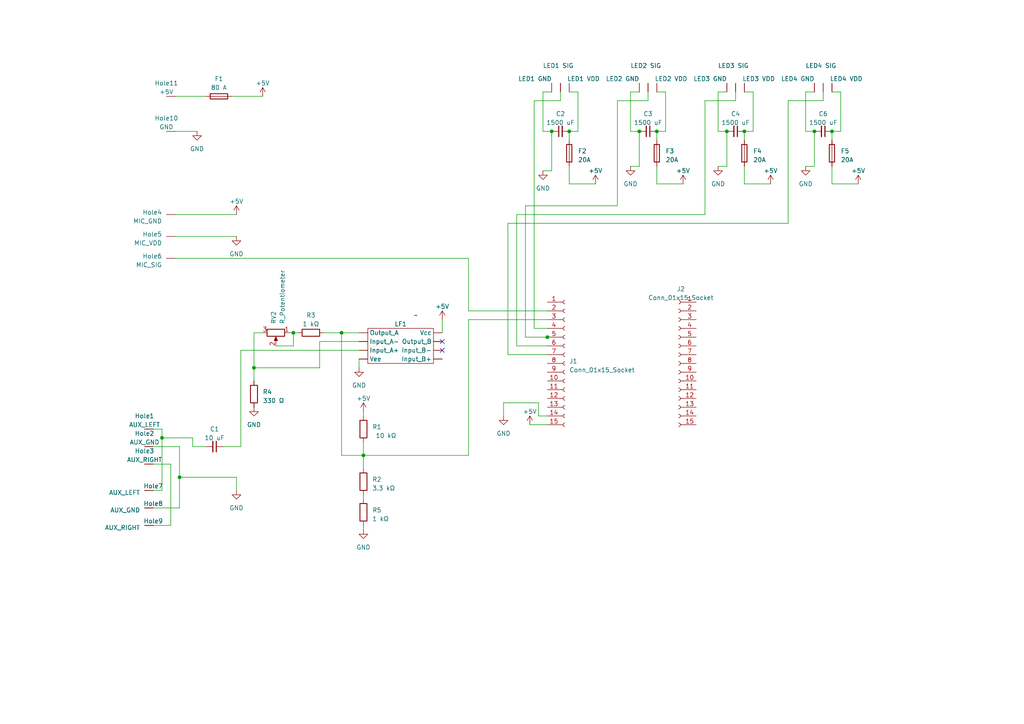
<source format=kicad_sch>
(kicad_sch (version 20230121) (generator eeschema)

  (uuid 3d0aa4f5-74af-4b66-9a77-6f644d459dfd)

  (paper "A4")

  (title_block
    (title "LEDstrobe")
    (rev "1.0")
  )

  (lib_symbols
    (symbol "Amplifier_Operational:LF353" (in_bom yes) (on_board yes)
      (property "Reference" "LF353" (at -3.81 -2.54 0)
        (effects (font (size 1.27 1.27)))
      )
      (property "Value" "" (at 0 0 0)
        (effects (font (size 1.27 1.27)))
      )
      (property "Footprint" "" (at 0 0 0)
        (effects (font (size 1.27 1.27)) hide)
      )
      (property "Datasheet" "" (at 0 0 0)
        (effects (font (size 1.27 1.27)) hide)
      )
      (symbol "LF353_0_1"
        (rectangle (start -13.97 -3.81) (end 5.08 -13.97)
          (stroke (width 0) (type default))
          (fill (type none))
        )
      )
      (symbol "LF353_1_1"
        (pin input line (at -16.51 -10.16 0) (length 2.54)
          (name "Input_A+" (effects (font (size 1.27 1.27))))
          (number "" (effects (font (size 1.27 1.27))))
        )
        (pin input line (at -16.51 -7.62 0) (length 2.54)
          (name "Input_A-" (effects (font (size 1.27 1.27))))
          (number "" (effects (font (size 1.27 1.27))))
        )
        (pin input line (at 7.62 -12.7 180) (length 2.54)
          (name "Input_B+" (effects (font (size 1.27 1.27))))
          (number "" (effects (font (size 1.27 1.27))))
        )
        (pin input line (at 7.62 -10.16 180) (length 2.54)
          (name "Input_B-" (effects (font (size 1.27 1.27))))
          (number "" (effects (font (size 1.27 1.27))))
        )
        (pin output line (at -16.51 -5.08 0) (length 2.54)
          (name "Output_A" (effects (font (size 1.27 1.27))))
          (number "" (effects (font (size 1.27 1.27))))
        )
        (pin output line (at 7.62 -7.62 180) (length 2.54)
          (name "Output_B" (effects (font (size 1.27 1.27))))
          (number "" (effects (font (size 1.27 1.27))))
        )
        (pin input line (at 7.62 -5.08 180) (length 2.54)
          (name "Vcc" (effects (font (size 1.27 1.27))))
          (number "" (effects (font (size 1.27 1.27))))
        )
        (pin input line (at -16.51 -12.7 0) (length 2.54)
          (name "Vee" (effects (font (size 1.27 1.27))))
          (number "" (effects (font (size 1.27 1.27))))
        )
      )
    )
    (symbol "Analog:Through_hole in" (in_bom yes) (on_board yes)
      (property "Reference" "Hole" (at 1.27 5.08 0)
        (effects (font (size 1.27 1.27)))
      )
      (property "Value" "Through_hole in" (at 0 0 0)
        (effects (font (size 1.27 1.27)))
      )
      (property "Footprint" "" (at 0 0 0)
        (effects (font (size 1.27 1.27)) hide)
      )
      (property "Datasheet" "" (at 0 0 0)
        (effects (font (size 1.27 1.27)) hide)
      )
      (symbol "Through_hole in_1_1"
        (pin input line (at 0 -2.54 0) (length 2.54)
          (name "" (effects (font (size 1.27 1.27))))
          (number "" (effects (font (size 1.27 1.27))))
        )
      )
    )
    (symbol "Analog:Through_hole out" (in_bom yes) (on_board yes)
      (property "Reference" "s" (at 0 0 0)
        (effects (font (size 1.27 1.27)) hide)
      )
      (property "Value" "Through_hole out" (at 0 0 0)
        (effects (font (size 1.27 1.27)))
      )
      (property "Footprint" "" (at 0 0 0)
        (effects (font (size 1.27 1.27)) hide)
      )
      (property "Datasheet" "" (at 0 0 0)
        (effects (font (size 1.27 1.27)) hide)
      )
      (symbol "Through_hole out_1_1"
        (pin output line (at 0 -3.81 0) (length 2.54)
          (name "" (effects (font (size 1.27 1.27))))
          (number "" (effects (font (size 1.27 1.27))))
        )
      )
    )
    (symbol "Connector:Conn_01x15_Socket" (pin_names (offset 1.016) hide) (in_bom yes) (on_board yes)
      (property "Reference" "J" (at 0 20.32 0)
        (effects (font (size 1.27 1.27)))
      )
      (property "Value" "Conn_01x15_Socket" (at 0 -20.32 0)
        (effects (font (size 1.27 1.27)))
      )
      (property "Footprint" "" (at 0 0 0)
        (effects (font (size 1.27 1.27)) hide)
      )
      (property "Datasheet" "~" (at 0 0 0)
        (effects (font (size 1.27 1.27)) hide)
      )
      (property "ki_locked" "" (at 0 0 0)
        (effects (font (size 1.27 1.27)))
      )
      (property "ki_keywords" "connector" (at 0 0 0)
        (effects (font (size 1.27 1.27)) hide)
      )
      (property "ki_description" "Generic connector, single row, 01x15, script generated" (at 0 0 0)
        (effects (font (size 1.27 1.27)) hide)
      )
      (property "ki_fp_filters" "Connector*:*_1x??_*" (at 0 0 0)
        (effects (font (size 1.27 1.27)) hide)
      )
      (symbol "Conn_01x15_Socket_1_1"
        (arc (start 0 -17.272) (mid -0.5058 -17.78) (end 0 -18.288)
          (stroke (width 0.1524) (type default))
          (fill (type none))
        )
        (arc (start 0 -14.732) (mid -0.5058 -15.24) (end 0 -15.748)
          (stroke (width 0.1524) (type default))
          (fill (type none))
        )
        (arc (start 0 -12.192) (mid -0.5058 -12.7) (end 0 -13.208)
          (stroke (width 0.1524) (type default))
          (fill (type none))
        )
        (arc (start 0 -9.652) (mid -0.5058 -10.16) (end 0 -10.668)
          (stroke (width 0.1524) (type default))
          (fill (type none))
        )
        (arc (start 0 -7.112) (mid -0.5058 -7.62) (end 0 -8.128)
          (stroke (width 0.1524) (type default))
          (fill (type none))
        )
        (arc (start 0 -4.572) (mid -0.5058 -5.08) (end 0 -5.588)
          (stroke (width 0.1524) (type default))
          (fill (type none))
        )
        (arc (start 0 -2.032) (mid -0.5058 -2.54) (end 0 -3.048)
          (stroke (width 0.1524) (type default))
          (fill (type none))
        )
        (polyline
          (pts
            (xy -1.27 -17.78)
            (xy -0.508 -17.78)
          )
          (stroke (width 0.1524) (type default))
          (fill (type none))
        )
        (polyline
          (pts
            (xy -1.27 -15.24)
            (xy -0.508 -15.24)
          )
          (stroke (width 0.1524) (type default))
          (fill (type none))
        )
        (polyline
          (pts
            (xy -1.27 -12.7)
            (xy -0.508 -12.7)
          )
          (stroke (width 0.1524) (type default))
          (fill (type none))
        )
        (polyline
          (pts
            (xy -1.27 -10.16)
            (xy -0.508 -10.16)
          )
          (stroke (width 0.1524) (type default))
          (fill (type none))
        )
        (polyline
          (pts
            (xy -1.27 -7.62)
            (xy -0.508 -7.62)
          )
          (stroke (width 0.1524) (type default))
          (fill (type none))
        )
        (polyline
          (pts
            (xy -1.27 -5.08)
            (xy -0.508 -5.08)
          )
          (stroke (width 0.1524) (type default))
          (fill (type none))
        )
        (polyline
          (pts
            (xy -1.27 -2.54)
            (xy -0.508 -2.54)
          )
          (stroke (width 0.1524) (type default))
          (fill (type none))
        )
        (polyline
          (pts
            (xy -1.27 0)
            (xy -0.508 0)
          )
          (stroke (width 0.1524) (type default))
          (fill (type none))
        )
        (polyline
          (pts
            (xy -1.27 2.54)
            (xy -0.508 2.54)
          )
          (stroke (width 0.1524) (type default))
          (fill (type none))
        )
        (polyline
          (pts
            (xy -1.27 5.08)
            (xy -0.508 5.08)
          )
          (stroke (width 0.1524) (type default))
          (fill (type none))
        )
        (polyline
          (pts
            (xy -1.27 7.62)
            (xy -0.508 7.62)
          )
          (stroke (width 0.1524) (type default))
          (fill (type none))
        )
        (polyline
          (pts
            (xy -1.27 10.16)
            (xy -0.508 10.16)
          )
          (stroke (width 0.1524) (type default))
          (fill (type none))
        )
        (polyline
          (pts
            (xy -1.27 12.7)
            (xy -0.508 12.7)
          )
          (stroke (width 0.1524) (type default))
          (fill (type none))
        )
        (polyline
          (pts
            (xy -1.27 15.24)
            (xy -0.508 15.24)
          )
          (stroke (width 0.1524) (type default))
          (fill (type none))
        )
        (polyline
          (pts
            (xy -1.27 17.78)
            (xy -0.508 17.78)
          )
          (stroke (width 0.1524) (type default))
          (fill (type none))
        )
        (arc (start 0 0.508) (mid -0.5058 0) (end 0 -0.508)
          (stroke (width 0.1524) (type default))
          (fill (type none))
        )
        (arc (start 0 3.048) (mid -0.5058 2.54) (end 0 2.032)
          (stroke (width 0.1524) (type default))
          (fill (type none))
        )
        (arc (start 0 5.588) (mid -0.5058 5.08) (end 0 4.572)
          (stroke (width 0.1524) (type default))
          (fill (type none))
        )
        (arc (start 0 8.128) (mid -0.5058 7.62) (end 0 7.112)
          (stroke (width 0.1524) (type default))
          (fill (type none))
        )
        (arc (start 0 10.668) (mid -0.5058 10.16) (end 0 9.652)
          (stroke (width 0.1524) (type default))
          (fill (type none))
        )
        (arc (start 0 13.208) (mid -0.5058 12.7) (end 0 12.192)
          (stroke (width 0.1524) (type default))
          (fill (type none))
        )
        (arc (start 0 15.748) (mid -0.5058 15.24) (end 0 14.732)
          (stroke (width 0.1524) (type default))
          (fill (type none))
        )
        (arc (start 0 18.288) (mid -0.5058 17.78) (end 0 17.272)
          (stroke (width 0.1524) (type default))
          (fill (type none))
        )
        (pin passive line (at -5.08 17.78 0) (length 3.81)
          (name "Pin_1" (effects (font (size 1.27 1.27))))
          (number "1" (effects (font (size 1.27 1.27))))
        )
        (pin passive line (at -5.08 -5.08 0) (length 3.81)
          (name "Pin_10" (effects (font (size 1.27 1.27))))
          (number "10" (effects (font (size 1.27 1.27))))
        )
        (pin passive line (at -5.08 -7.62 0) (length 3.81)
          (name "Pin_11" (effects (font (size 1.27 1.27))))
          (number "11" (effects (font (size 1.27 1.27))))
        )
        (pin passive line (at -5.08 -10.16 0) (length 3.81)
          (name "Pin_12" (effects (font (size 1.27 1.27))))
          (number "12" (effects (font (size 1.27 1.27))))
        )
        (pin passive line (at -5.08 -12.7 0) (length 3.81)
          (name "Pin_13" (effects (font (size 1.27 1.27))))
          (number "13" (effects (font (size 1.27 1.27))))
        )
        (pin passive line (at -5.08 -15.24 0) (length 3.81)
          (name "Pin_14" (effects (font (size 1.27 1.27))))
          (number "14" (effects (font (size 1.27 1.27))))
        )
        (pin passive line (at -5.08 -17.78 0) (length 3.81)
          (name "Pin_15" (effects (font (size 1.27 1.27))))
          (number "15" (effects (font (size 1.27 1.27))))
        )
        (pin passive line (at -5.08 15.24 0) (length 3.81)
          (name "Pin_2" (effects (font (size 1.27 1.27))))
          (number "2" (effects (font (size 1.27 1.27))))
        )
        (pin passive line (at -5.08 12.7 0) (length 3.81)
          (name "Pin_3" (effects (font (size 1.27 1.27))))
          (number "3" (effects (font (size 1.27 1.27))))
        )
        (pin passive line (at -5.08 10.16 0) (length 3.81)
          (name "Pin_4" (effects (font (size 1.27 1.27))))
          (number "4" (effects (font (size 1.27 1.27))))
        )
        (pin passive line (at -5.08 7.62 0) (length 3.81)
          (name "Pin_5" (effects (font (size 1.27 1.27))))
          (number "5" (effects (font (size 1.27 1.27))))
        )
        (pin passive line (at -5.08 5.08 0) (length 3.81)
          (name "Pin_6" (effects (font (size 1.27 1.27))))
          (number "6" (effects (font (size 1.27 1.27))))
        )
        (pin passive line (at -5.08 2.54 0) (length 3.81)
          (name "Pin_7" (effects (font (size 1.27 1.27))))
          (number "7" (effects (font (size 1.27 1.27))))
        )
        (pin passive line (at -5.08 0 0) (length 3.81)
          (name "Pin_8" (effects (font (size 1.27 1.27))))
          (number "8" (effects (font (size 1.27 1.27))))
        )
        (pin passive line (at -5.08 -2.54 0) (length 3.81)
          (name "Pin_9" (effects (font (size 1.27 1.27))))
          (number "9" (effects (font (size 1.27 1.27))))
        )
      )
    )
    (symbol "Device:C_Small" (pin_numbers hide) (pin_names (offset 0.254) hide) (in_bom yes) (on_board yes)
      (property "Reference" "C" (at 0.254 1.778 0)
        (effects (font (size 1.27 1.27)) (justify left))
      )
      (property "Value" "C_Small" (at 0.254 -2.032 0)
        (effects (font (size 1.27 1.27)) (justify left))
      )
      (property "Footprint" "" (at 0 0 0)
        (effects (font (size 1.27 1.27)) hide)
      )
      (property "Datasheet" "~" (at 0 0 0)
        (effects (font (size 1.27 1.27)) hide)
      )
      (property "ki_keywords" "capacitor cap" (at 0 0 0)
        (effects (font (size 1.27 1.27)) hide)
      )
      (property "ki_description" "Unpolarized capacitor, small symbol" (at 0 0 0)
        (effects (font (size 1.27 1.27)) hide)
      )
      (property "ki_fp_filters" "C_*" (at 0 0 0)
        (effects (font (size 1.27 1.27)) hide)
      )
      (symbol "C_Small_0_1"
        (polyline
          (pts
            (xy -1.524 -0.508)
            (xy 1.524 -0.508)
          )
          (stroke (width 0.3302) (type default))
          (fill (type none))
        )
        (polyline
          (pts
            (xy -1.524 0.508)
            (xy 1.524 0.508)
          )
          (stroke (width 0.3048) (type default))
          (fill (type none))
        )
      )
      (symbol "C_Small_1_1"
        (pin passive line (at 0 2.54 270) (length 2.032)
          (name "~" (effects (font (size 1.27 1.27))))
          (number "1" (effects (font (size 1.27 1.27))))
        )
        (pin passive line (at 0 -2.54 90) (length 2.032)
          (name "~" (effects (font (size 1.27 1.27))))
          (number "2" (effects (font (size 1.27 1.27))))
        )
      )
    )
    (symbol "Device:Fuse" (pin_numbers hide) (pin_names (offset 0)) (in_bom yes) (on_board yes)
      (property "Reference" "F" (at 2.032 0 90)
        (effects (font (size 1.27 1.27)))
      )
      (property "Value" "Fuse" (at -1.905 0 90)
        (effects (font (size 1.27 1.27)))
      )
      (property "Footprint" "" (at -1.778 0 90)
        (effects (font (size 1.27 1.27)) hide)
      )
      (property "Datasheet" "~" (at 0 0 0)
        (effects (font (size 1.27 1.27)) hide)
      )
      (property "ki_keywords" "fuse" (at 0 0 0)
        (effects (font (size 1.27 1.27)) hide)
      )
      (property "ki_description" "Fuse" (at 0 0 0)
        (effects (font (size 1.27 1.27)) hide)
      )
      (property "ki_fp_filters" "*Fuse*" (at 0 0 0)
        (effects (font (size 1.27 1.27)) hide)
      )
      (symbol "Fuse_0_1"
        (rectangle (start -0.762 -2.54) (end 0.762 2.54)
          (stroke (width 0.254) (type default))
          (fill (type none))
        )
        (polyline
          (pts
            (xy 0 2.54)
            (xy 0 -2.54)
          )
          (stroke (width 0) (type default))
          (fill (type none))
        )
      )
      (symbol "Fuse_1_1"
        (pin passive line (at 0 3.81 270) (length 1.27)
          (name "~" (effects (font (size 1.27 1.27))))
          (number "1" (effects (font (size 1.27 1.27))))
        )
        (pin passive line (at 0 -3.81 90) (length 1.27)
          (name "~" (effects (font (size 1.27 1.27))))
          (number "2" (effects (font (size 1.27 1.27))))
        )
      )
    )
    (symbol "Device:R" (pin_numbers hide) (pin_names (offset 0)) (in_bom yes) (on_board yes)
      (property "Reference" "R" (at 2.032 0 90)
        (effects (font (size 1.27 1.27)))
      )
      (property "Value" "R" (at 0 0 90)
        (effects (font (size 1.27 1.27)))
      )
      (property "Footprint" "" (at -1.778 0 90)
        (effects (font (size 1.27 1.27)) hide)
      )
      (property "Datasheet" "~" (at 0 0 0)
        (effects (font (size 1.27 1.27)) hide)
      )
      (property "ki_keywords" "R res resistor" (at 0 0 0)
        (effects (font (size 1.27 1.27)) hide)
      )
      (property "ki_description" "Resistor" (at 0 0 0)
        (effects (font (size 1.27 1.27)) hide)
      )
      (property "ki_fp_filters" "R_*" (at 0 0 0)
        (effects (font (size 1.27 1.27)) hide)
      )
      (symbol "R_0_1"
        (rectangle (start -1.016 -2.54) (end 1.016 2.54)
          (stroke (width 0.254) (type default))
          (fill (type none))
        )
      )
      (symbol "R_1_1"
        (pin passive line (at 0 3.81 270) (length 1.27)
          (name "~" (effects (font (size 1.27 1.27))))
          (number "1" (effects (font (size 1.27 1.27))))
        )
        (pin passive line (at 0 -3.81 90) (length 1.27)
          (name "~" (effects (font (size 1.27 1.27))))
          (number "2" (effects (font (size 1.27 1.27))))
        )
      )
    )
    (symbol "Device:R_Potentiometer" (pin_names (offset 1.016) hide) (in_bom yes) (on_board yes)
      (property "Reference" "RV" (at -4.445 0 90)
        (effects (font (size 1.27 1.27)))
      )
      (property "Value" "R_Potentiometer" (at -2.54 0 90)
        (effects (font (size 1.27 1.27)))
      )
      (property "Footprint" "" (at 0 0 0)
        (effects (font (size 1.27 1.27)) hide)
      )
      (property "Datasheet" "~" (at 0 0 0)
        (effects (font (size 1.27 1.27)) hide)
      )
      (property "ki_keywords" "resistor variable" (at 0 0 0)
        (effects (font (size 1.27 1.27)) hide)
      )
      (property "ki_description" "Potentiometer" (at 0 0 0)
        (effects (font (size 1.27 1.27)) hide)
      )
      (property "ki_fp_filters" "Potentiometer*" (at 0 0 0)
        (effects (font (size 1.27 1.27)) hide)
      )
      (symbol "R_Potentiometer_0_1"
        (polyline
          (pts
            (xy 2.54 0)
            (xy 1.524 0)
          )
          (stroke (width 0) (type default))
          (fill (type none))
        )
        (polyline
          (pts
            (xy 1.143 0)
            (xy 2.286 0.508)
            (xy 2.286 -0.508)
            (xy 1.143 0)
          )
          (stroke (width 0) (type default))
          (fill (type outline))
        )
        (rectangle (start 1.016 2.54) (end -1.016 -2.54)
          (stroke (width 0.254) (type default))
          (fill (type none))
        )
      )
      (symbol "R_Potentiometer_1_1"
        (pin passive line (at 0 3.81 270) (length 1.27)
          (name "1" (effects (font (size 1.27 1.27))))
          (number "1" (effects (font (size 1.27 1.27))))
        )
        (pin passive line (at 3.81 0 180) (length 1.27)
          (name "2" (effects (font (size 1.27 1.27))))
          (number "2" (effects (font (size 1.27 1.27))))
        )
        (pin passive line (at 0 -3.81 90) (length 1.27)
          (name "3" (effects (font (size 1.27 1.27))))
          (number "3" (effects (font (size 1.27 1.27))))
        )
      )
    )
    (symbol "power:+5V" (power) (pin_names (offset 0)) (in_bom yes) (on_board yes)
      (property "Reference" "#PWR" (at 0 -3.81 0)
        (effects (font (size 1.27 1.27)) hide)
      )
      (property "Value" "+5V" (at 0 3.556 0)
        (effects (font (size 1.27 1.27)))
      )
      (property "Footprint" "" (at 0 0 0)
        (effects (font (size 1.27 1.27)) hide)
      )
      (property "Datasheet" "" (at 0 0 0)
        (effects (font (size 1.27 1.27)) hide)
      )
      (property "ki_keywords" "global power" (at 0 0 0)
        (effects (font (size 1.27 1.27)) hide)
      )
      (property "ki_description" "Power symbol creates a global label with name \"+5V\"" (at 0 0 0)
        (effects (font (size 1.27 1.27)) hide)
      )
      (symbol "+5V_0_1"
        (polyline
          (pts
            (xy -0.762 1.27)
            (xy 0 2.54)
          )
          (stroke (width 0) (type default))
          (fill (type none))
        )
        (polyline
          (pts
            (xy 0 0)
            (xy 0 2.54)
          )
          (stroke (width 0) (type default))
          (fill (type none))
        )
        (polyline
          (pts
            (xy 0 2.54)
            (xy 0.762 1.27)
          )
          (stroke (width 0) (type default))
          (fill (type none))
        )
      )
      (symbol "+5V_1_1"
        (pin power_in line (at 0 0 90) (length 0) hide
          (name "+5V" (effects (font (size 1.27 1.27))))
          (number "1" (effects (font (size 1.27 1.27))))
        )
      )
    )
    (symbol "power:GND" (power) (pin_names (offset 0)) (in_bom yes) (on_board yes)
      (property "Reference" "#PWR" (at 0 -6.35 0)
        (effects (font (size 1.27 1.27)) hide)
      )
      (property "Value" "GND" (at 0 -3.81 0)
        (effects (font (size 1.27 1.27)))
      )
      (property "Footprint" "" (at 0 0 0)
        (effects (font (size 1.27 1.27)) hide)
      )
      (property "Datasheet" "" (at 0 0 0)
        (effects (font (size 1.27 1.27)) hide)
      )
      (property "ki_keywords" "global power" (at 0 0 0)
        (effects (font (size 1.27 1.27)) hide)
      )
      (property "ki_description" "Power symbol creates a global label with name \"GND\" , ground" (at 0 0 0)
        (effects (font (size 1.27 1.27)) hide)
      )
      (symbol "GND_0_1"
        (polyline
          (pts
            (xy 0 0)
            (xy 0 -1.27)
            (xy 1.27 -1.27)
            (xy 0 -2.54)
            (xy -1.27 -1.27)
            (xy 0 -1.27)
          )
          (stroke (width 0) (type default))
          (fill (type none))
        )
      )
      (symbol "GND_1_1"
        (pin power_in line (at 0 0 270) (length 0) hide
          (name "GND" (effects (font (size 1.27 1.27))))
          (number "1" (effects (font (size 1.27 1.27))))
        )
      )
    )
  )

  (junction (at 190.5 38.1) (diameter 0) (color 0 0 0 0)
    (uuid 00b090d7-9a96-43b6-8cde-6d569ecfb820)
  )
  (junction (at 73.66 106.68) (diameter 0) (color 0 0 0 0)
    (uuid 16ac6f37-23d2-44d2-aaf5-ec01aa29cf5c)
  )
  (junction (at 158.75 97.79) (diameter 0) (color 0 0 0 0)
    (uuid 24e0022f-da5c-4568-904e-f486e78bbe40)
  )
  (junction (at 46.99 127) (diameter 0) (color 0 0 0 0)
    (uuid 26f9b962-fb15-4722-9fda-457f577fe15f)
  )
  (junction (at 236.22 38.1) (diameter 0) (color 0 0 0 0)
    (uuid 2d6defd2-6401-4aa5-af56-4942e56051aa)
  )
  (junction (at 210.82 38.1) (diameter 0) (color 0 0 0 0)
    (uuid 3a929e50-99e1-4eb5-83cf-b2804733e59b)
  )
  (junction (at 99.06 96.52) (diameter 0) (color 0 0 0 0)
    (uuid 46ed5495-5641-445d-a55c-fc0aba3bb5f0)
  )
  (junction (at 105.41 132.08) (diameter 0) (color 0 0 0 0)
    (uuid 6b64292e-8edc-4224-95eb-0d3b4f1ffa06)
  )
  (junction (at 185.42 38.1) (diameter 0) (color 0 0 0 0)
    (uuid 7b227769-e8fa-4af6-9984-4e92b114fb3c)
  )
  (junction (at 215.9 38.1) (diameter 0) (color 0 0 0 0)
    (uuid 97ef526b-5d60-46ab-a19a-79d885c6c375)
  )
  (junction (at 241.3 38.1) (diameter 0) (color 0 0 0 0)
    (uuid a42bf031-1e6a-4e56-b037-ace91d6dc8b1)
  )
  (junction (at 52.07 138.43) (diameter 0) (color 0 0 0 0)
    (uuid abf59780-f494-4714-82a6-afe9e5f37edd)
  )
  (junction (at 85.09 96.52) (diameter 0) (color 0 0 0 0)
    (uuid b14cc09e-46f4-4ebd-ad33-af4b244922ae)
  )
  (junction (at 160.02 38.1) (diameter 0) (color 0 0 0 0)
    (uuid cb616498-fb31-4966-9ed5-35882bb6f75a)
  )
  (junction (at 165.1 38.1) (diameter 0) (color 0 0 0 0)
    (uuid df7e4285-c1f4-46c5-bd0c-d218badfb1ff)
  )

  (no_connect (at 128.27 101.6) (uuid a8113046-4a26-46f7-b963-1f590c5269de))
  (no_connect (at 128.27 99.06) (uuid d77f2280-974d-4b97-9bed-8fd1aa11ed8d))

  (wire (pts (xy 146.05 116.84) (xy 146.05 120.65))
    (stroke (width 0) (type default))
    (uuid 025aefb8-12d1-40cc-9efd-6890afba3c0d)
  )
  (wire (pts (xy 67.31 27.94) (xy 76.2 27.94))
    (stroke (width 0) (type default))
    (uuid 069ed4a8-8689-48bb-ac22-2133e57b3e4d)
  )
  (wire (pts (xy 149.86 62.23) (xy 204.47 62.23))
    (stroke (width 0) (type default))
    (uuid 07e8ab81-b367-4c1a-b61f-a19c8051d01e)
  )
  (wire (pts (xy 46.99 124.46) (xy 46.99 127))
    (stroke (width 0) (type default))
    (uuid 0b4721a6-9add-459b-a12d-be6cfce3a6b6)
  )
  (wire (pts (xy 99.06 96.52) (xy 99.06 132.08))
    (stroke (width 0) (type default))
    (uuid 0d1bac2d-f4a7-49cb-a904-510ca0cb9cca)
  )
  (wire (pts (xy 64.77 129.54) (xy 69.85 129.54))
    (stroke (width 0) (type default))
    (uuid 0e5f5398-d68f-47f9-87ff-0d9e5488186e)
  )
  (wire (pts (xy 104.14 96.52) (xy 99.06 96.52))
    (stroke (width 0) (type default))
    (uuid 0fcaa51d-89c2-44de-9602-69ef9d76d43a)
  )
  (wire (pts (xy 52.07 129.54) (xy 44.45 129.54))
    (stroke (width 0) (type default))
    (uuid 132c7bf9-0359-4459-8b69-5e7816679f37)
  )
  (wire (pts (xy 233.68 48.26) (xy 236.22 48.26))
    (stroke (width 0) (type default))
    (uuid 13e88aa1-1cfc-456c-9a74-b9373e562a4c)
  )
  (wire (pts (xy 69.85 101.6) (xy 104.14 101.6))
    (stroke (width 0) (type default))
    (uuid 155139de-4260-414c-ba53-a3cac9637afe)
  )
  (wire (pts (xy 243.84 38.1) (xy 243.84 26.67))
    (stroke (width 0) (type default))
    (uuid 18d4d47a-19b4-461c-8bb3-2ef39f4707cf)
  )
  (wire (pts (xy 187.96 29.21) (xy 187.96 26.67))
    (stroke (width 0) (type default))
    (uuid 1b10c924-fbcf-49f3-a461-bcd5abed2aaf)
  )
  (wire (pts (xy 49.53 134.62) (xy 49.53 152.4))
    (stroke (width 0) (type default))
    (uuid 1bbb9bdc-4b2b-4251-abd1-afeb9cbceac4)
  )
  (wire (pts (xy 50.8 68.58) (xy 68.58 68.58))
    (stroke (width 0) (type default))
    (uuid 1c9d3b07-b01d-4280-a3a3-383d31030ac1)
  )
  (wire (pts (xy 83.82 96.52) (xy 85.09 96.52))
    (stroke (width 0) (type default))
    (uuid 1cec7471-b0a4-42d3-82b8-1e7cd0f65c6f)
  )
  (wire (pts (xy 156.21 120.65) (xy 156.21 116.84))
    (stroke (width 0) (type default))
    (uuid 20a6dd59-7237-4961-907c-d79bc40b7eeb)
  )
  (wire (pts (xy 182.88 48.26) (xy 185.42 48.26))
    (stroke (width 0) (type default))
    (uuid 20e0e55c-9047-4df5-9d65-0215b29eb824)
  )
  (wire (pts (xy 73.66 110.49) (xy 73.66 106.68))
    (stroke (width 0) (type default))
    (uuid 21cf153e-1a8d-4106-beb1-8347c9db86c8)
  )
  (wire (pts (xy 135.89 92.71) (xy 158.75 92.71))
    (stroke (width 0) (type default))
    (uuid 222c3caa-38e9-49ed-ae92-9aff15e5b0b5)
  )
  (wire (pts (xy 50.8 74.93) (xy 135.89 74.93))
    (stroke (width 0) (type default))
    (uuid 227ce032-d3c5-47c1-a415-e375bb80b2bf)
  )
  (wire (pts (xy 99.06 96.52) (xy 93.98 96.52))
    (stroke (width 0) (type default))
    (uuid 25a9a818-e7c1-4f70-9816-7a7cf753c766)
  )
  (wire (pts (xy 85.09 100.33) (xy 85.09 96.52))
    (stroke (width 0) (type default))
    (uuid 284bc21c-13b0-4f5f-9bda-68c8b5e40b00)
  )
  (wire (pts (xy 158.75 97.79) (xy 160.02 97.79))
    (stroke (width 0) (type default))
    (uuid 2a5841e3-9954-4249-937b-255015f9ea60)
  )
  (wire (pts (xy 215.9 38.1) (xy 218.44 38.1))
    (stroke (width 0) (type default))
    (uuid 2b738725-dd9e-4648-9b28-f2c8b7839ff4)
  )
  (wire (pts (xy 185.42 48.26) (xy 185.42 38.1))
    (stroke (width 0) (type default))
    (uuid 2b985257-d8a7-450a-83f9-3a36224bcae3)
  )
  (wire (pts (xy 46.99 127) (xy 46.99 142.24))
    (stroke (width 0) (type default))
    (uuid 2bbfa7bd-e927-4895-8c22-4e9020a1df70)
  )
  (wire (pts (xy 167.64 38.1) (xy 167.64 26.67))
    (stroke (width 0) (type default))
    (uuid 2d7fbdb3-6a0c-4f75-8725-15b3e0ab1b97)
  )
  (wire (pts (xy 80.01 100.33) (xy 85.09 100.33))
    (stroke (width 0) (type default))
    (uuid 3062d407-357b-4fb3-9d7b-d2dad9c1c3f7)
  )
  (wire (pts (xy 172.72 53.34) (xy 165.1 53.34))
    (stroke (width 0) (type default))
    (uuid 32371476-b4d9-4d00-8cf0-ee7e11b55ad5)
  )
  (wire (pts (xy 152.4 59.69) (xy 179.07 59.69))
    (stroke (width 0) (type default))
    (uuid 35d83bf9-ed39-4ad8-a21b-aad7b9e09253)
  )
  (wire (pts (xy 152.4 97.79) (xy 158.75 97.79))
    (stroke (width 0) (type default))
    (uuid 388be109-3ea8-4c11-9afc-a47439578f72)
  )
  (wire (pts (xy 190.5 48.26) (xy 190.5 53.34))
    (stroke (width 0) (type default))
    (uuid 39d44142-e236-47fd-93b6-ac4eada61b82)
  )
  (wire (pts (xy 46.99 142.24) (xy 44.45 142.24))
    (stroke (width 0) (type default))
    (uuid 3a3de3bb-182a-4ad0-aad5-2b996d6217a5)
  )
  (wire (pts (xy 158.75 120.65) (xy 156.21 120.65))
    (stroke (width 0) (type default))
    (uuid 3e1a38de-0e4f-437e-9b8d-4db8c63860e6)
  )
  (wire (pts (xy 44.45 134.62) (xy 49.53 134.62))
    (stroke (width 0) (type default))
    (uuid 4016b940-b2f3-45b3-b07f-bacc8f65d0d2)
  )
  (wire (pts (xy 153.67 123.19) (xy 158.75 123.19))
    (stroke (width 0) (type default))
    (uuid 413ef198-b76e-46ed-8d7a-833a92eeef20)
  )
  (wire (pts (xy 50.8 62.23) (xy 68.58 62.23))
    (stroke (width 0) (type default))
    (uuid 41de76ef-54f0-4b0f-9d2f-a9d9d35074cf)
  )
  (wire (pts (xy 52.07 138.43) (xy 68.58 138.43))
    (stroke (width 0) (type default))
    (uuid 42df6df9-cd94-49ec-bf7b-bec14299f84b)
  )
  (wire (pts (xy 215.9 38.1) (xy 215.9 40.64))
    (stroke (width 0) (type default))
    (uuid 43a69d20-0751-4239-932e-ace4b2f69e3c)
  )
  (wire (pts (xy 73.66 96.52) (xy 76.2 96.52))
    (stroke (width 0) (type default))
    (uuid 43ebe562-84f3-407a-b4a3-2827c8356fe9)
  )
  (wire (pts (xy 73.66 106.68) (xy 92.71 106.68))
    (stroke (width 0) (type default))
    (uuid 46406053-bf1b-4229-be13-9cb1031bcfc2)
  )
  (wire (pts (xy 157.48 49.53) (xy 160.02 49.53))
    (stroke (width 0) (type default))
    (uuid 4c33a552-0d49-4781-abf1-1b12001a022f)
  )
  (wire (pts (xy 241.3 38.1) (xy 241.3 40.64))
    (stroke (width 0) (type default))
    (uuid 4d4fd0f9-ad82-4cf9-9dec-975a8e875eae)
  )
  (wire (pts (xy 105.41 143.51) (xy 105.41 144.78))
    (stroke (width 0) (type default))
    (uuid 53547060-86c9-4ab8-ab23-b2d72dcdf577)
  )
  (wire (pts (xy 158.75 95.25) (xy 154.94 95.25))
    (stroke (width 0) (type default))
    (uuid 5384d399-da83-4bf3-8a56-ee051b49b23e)
  )
  (wire (pts (xy 135.89 74.93) (xy 135.89 90.17))
    (stroke (width 0) (type default))
    (uuid 539fb4df-8514-4432-8976-4d35110a92d6)
  )
  (wire (pts (xy 208.28 48.26) (xy 210.82 48.26))
    (stroke (width 0) (type default))
    (uuid 53bdb21c-ce15-4bad-a9ab-7aa9e5137f7a)
  )
  (wire (pts (xy 233.68 26.67) (xy 236.22 26.67))
    (stroke (width 0) (type default))
    (uuid 55c2ae5b-be0b-4050-856b-48f45c4c5b75)
  )
  (wire (pts (xy 154.94 29.21) (xy 162.56 29.21))
    (stroke (width 0) (type default))
    (uuid 57044c25-8bc6-4007-8536-a2a9b6693b2a)
  )
  (wire (pts (xy 238.76 29.21) (xy 238.76 26.67))
    (stroke (width 0) (type default))
    (uuid 57182159-081b-4f50-9c14-b7d66bceacd3)
  )
  (wire (pts (xy 167.64 26.67) (xy 165.1 26.67))
    (stroke (width 0) (type default))
    (uuid 5c72b26a-8810-4b60-94be-090a82870b34)
  )
  (wire (pts (xy 236.22 38.1) (xy 233.68 38.1))
    (stroke (width 0) (type default))
    (uuid 5f5e2713-8490-48ac-80f6-5dc258df9ca6)
  )
  (wire (pts (xy 105.41 119.38) (xy 105.41 120.65))
    (stroke (width 0) (type default))
    (uuid 5f870a7f-ff32-4f40-b6a8-163119ee6dbd)
  )
  (wire (pts (xy 215.9 48.26) (xy 215.9 53.34))
    (stroke (width 0) (type default))
    (uuid 6134efe7-ba98-4530-9b63-42bf529d82f9)
  )
  (wire (pts (xy 228.6 29.21) (xy 238.76 29.21))
    (stroke (width 0) (type default))
    (uuid 621be729-1132-496c-b05e-8848ba6776b3)
  )
  (wire (pts (xy 147.32 64.77) (xy 228.6 64.77))
    (stroke (width 0) (type default))
    (uuid 625c5035-16cf-4040-823a-707adeed785c)
  )
  (wire (pts (xy 149.86 100.33) (xy 149.86 62.23))
    (stroke (width 0) (type default))
    (uuid 67201a42-b405-4077-95ec-81417e7b0c5a)
  )
  (wire (pts (xy 218.44 38.1) (xy 218.44 26.67))
    (stroke (width 0) (type default))
    (uuid 6a80c10c-c853-490c-98b2-c1043240e39b)
  )
  (wire (pts (xy 135.89 90.17) (xy 158.75 90.17))
    (stroke (width 0) (type default))
    (uuid 6c28b503-2be6-4564-bdf7-efc4f6c307a9)
  )
  (wire (pts (xy 236.22 48.26) (xy 236.22 38.1))
    (stroke (width 0) (type default))
    (uuid 6dbbcd96-6d7e-4cc5-97eb-9fbcb2d3a36d)
  )
  (wire (pts (xy 193.04 26.67) (xy 190.5 26.67))
    (stroke (width 0) (type default))
    (uuid 6f3adaad-055c-4199-bb6d-d86314b52149)
  )
  (wire (pts (xy 55.88 129.54) (xy 59.69 129.54))
    (stroke (width 0) (type default))
    (uuid 70ea2870-d7b4-4899-96f6-5c8ebf30518b)
  )
  (wire (pts (xy 85.09 96.52) (xy 86.36 96.52))
    (stroke (width 0) (type default))
    (uuid 7533e924-675a-4889-914c-cd17234ac032)
  )
  (wire (pts (xy 165.1 38.1) (xy 167.64 38.1))
    (stroke (width 0) (type default))
    (uuid 770616a6-c34e-4d73-bc8b-273d93694e5a)
  )
  (wire (pts (xy 179.07 59.69) (xy 179.07 29.21))
    (stroke (width 0) (type default))
    (uuid 7de7f888-b7c6-4856-8e9f-c444a723c51d)
  )
  (wire (pts (xy 50.8 38.1) (xy 57.15 38.1))
    (stroke (width 0) (type default))
    (uuid 7f7c9046-ee2e-497e-b0f2-7b99adfb0725)
  )
  (wire (pts (xy 105.41 132.08) (xy 135.89 132.08))
    (stroke (width 0) (type default))
    (uuid 7f92ea38-4612-4817-966a-413cb733df19)
  )
  (wire (pts (xy 52.07 138.43) (xy 52.07 129.54))
    (stroke (width 0) (type default))
    (uuid 829affe3-8ecf-4f9e-bc4c-41da9180b67f)
  )
  (wire (pts (xy 52.07 147.32) (xy 52.07 138.43))
    (stroke (width 0) (type default))
    (uuid 82eb87ee-65d0-4ffa-ab51-2eec262ad472)
  )
  (wire (pts (xy 160.02 49.53) (xy 160.02 38.1))
    (stroke (width 0) (type default))
    (uuid 83560e61-b7c2-495d-803c-7daa6a4fa390)
  )
  (wire (pts (xy 233.68 38.1) (xy 233.68 26.67))
    (stroke (width 0) (type default))
    (uuid 840405a3-0691-47d5-9464-12e14ef34008)
  )
  (wire (pts (xy 105.41 132.08) (xy 105.41 128.27))
    (stroke (width 0) (type default))
    (uuid 86bcd349-7a9d-4754-bd8f-ce4311271072)
  )
  (wire (pts (xy 128.27 92.71) (xy 128.27 96.52))
    (stroke (width 0) (type default))
    (uuid 8a6bab7f-091e-48ce-9a02-72e21bf5bf61)
  )
  (wire (pts (xy 92.71 99.06) (xy 104.14 99.06))
    (stroke (width 0) (type default))
    (uuid 8c1bded4-262f-4be8-aea2-87bb2f9ad45d)
  )
  (wire (pts (xy 198.12 53.34) (xy 190.5 53.34))
    (stroke (width 0) (type default))
    (uuid 8e910a3e-a6cc-4957-9402-d1851dd97951)
  )
  (wire (pts (xy 208.28 26.67) (xy 210.82 26.67))
    (stroke (width 0) (type default))
    (uuid 8f048576-5bf7-4f29-9b92-c0d7614da158)
  )
  (wire (pts (xy 158.75 102.87) (xy 147.32 102.87))
    (stroke (width 0) (type default))
    (uuid 9441d545-1606-4c14-8430-247694734b58)
  )
  (wire (pts (xy 147.32 102.87) (xy 147.32 64.77))
    (stroke (width 0) (type default))
    (uuid 94938f37-f93a-4dea-ba55-aac81ef3d317)
  )
  (wire (pts (xy 228.6 64.77) (xy 228.6 29.21))
    (stroke (width 0) (type default))
    (uuid 9ae1959e-cc32-461c-bf46-b2ce1a697625)
  )
  (wire (pts (xy 55.88 127) (xy 55.88 129.54))
    (stroke (width 0) (type default))
    (uuid 9b6b7085-6006-42f3-a12e-86164e32fe39)
  )
  (wire (pts (xy 44.45 147.32) (xy 52.07 147.32))
    (stroke (width 0) (type default))
    (uuid 9da3c782-a513-402d-8bef-63cf40a1e31a)
  )
  (wire (pts (xy 105.41 132.08) (xy 105.41 135.89))
    (stroke (width 0) (type default))
    (uuid a1189f5f-b62d-4cb6-94d8-0f750180e86c)
  )
  (wire (pts (xy 158.75 100.33) (xy 149.86 100.33))
    (stroke (width 0) (type default))
    (uuid a2cfd908-e83e-4935-9afd-2354886c92e8)
  )
  (wire (pts (xy 165.1 38.1) (xy 165.1 40.64))
    (stroke (width 0) (type default))
    (uuid a32b4035-c296-4940-b5c8-d69c4f4d5705)
  )
  (wire (pts (xy 104.14 104.14) (xy 104.14 106.68))
    (stroke (width 0) (type default))
    (uuid a608c4bf-284c-45a9-8349-2456f2e3ed4a)
  )
  (wire (pts (xy 44.45 152.4) (xy 49.53 152.4))
    (stroke (width 0) (type default))
    (uuid a7428beb-41d0-4c45-8eb7-f9d4b0f557c0)
  )
  (wire (pts (xy 182.88 38.1) (xy 182.88 26.67))
    (stroke (width 0) (type default))
    (uuid a93b9457-7443-4771-ac64-9cc6a09d6fb1)
  )
  (wire (pts (xy 213.36 29.21) (xy 213.36 26.67))
    (stroke (width 0) (type default))
    (uuid ab607b9f-d572-47c0-bc8e-6eb8a7efbe7f)
  )
  (wire (pts (xy 99.06 132.08) (xy 105.41 132.08))
    (stroke (width 0) (type default))
    (uuid ac9a1196-5dc6-41de-8ed5-372c6157f7c8)
  )
  (wire (pts (xy 46.99 127) (xy 55.88 127))
    (stroke (width 0) (type default))
    (uuid ae0e4194-bfe4-4ed3-9a44-71f296ab77a4)
  )
  (wire (pts (xy 190.5 38.1) (xy 193.04 38.1))
    (stroke (width 0) (type default))
    (uuid ae933446-e9a8-46c1-965b-46d2488fba17)
  )
  (wire (pts (xy 190.5 38.1) (xy 190.5 40.64))
    (stroke (width 0) (type default))
    (uuid b410bc1e-9d8e-4d90-9828-b8ecea6cad01)
  )
  (wire (pts (xy 69.85 101.6) (xy 69.85 129.54))
    (stroke (width 0) (type default))
    (uuid b45ad93b-7b98-4f97-9f22-00bea8b0702f)
  )
  (wire (pts (xy 157.48 26.67) (xy 160.02 26.67))
    (stroke (width 0) (type default))
    (uuid b7c40d6b-34da-4ba9-ae31-08b4d5601eae)
  )
  (wire (pts (xy 210.82 48.26) (xy 210.82 38.1))
    (stroke (width 0) (type default))
    (uuid bf7218b9-db7d-4dac-adc7-25e56f494393)
  )
  (wire (pts (xy 182.88 26.67) (xy 185.42 26.67))
    (stroke (width 0) (type default))
    (uuid bf8ea819-093e-48ea-b9d3-3a3df4d4058c)
  )
  (wire (pts (xy 204.47 62.23) (xy 204.47 29.21))
    (stroke (width 0) (type default))
    (uuid c396cbba-ada0-43b7-a1d5-3ed23247cba3)
  )
  (wire (pts (xy 50.8 27.94) (xy 59.69 27.94))
    (stroke (width 0) (type default))
    (uuid c43361f2-abd4-45a7-b95b-5619bfcda987)
  )
  (wire (pts (xy 162.56 29.21) (xy 162.56 26.67))
    (stroke (width 0) (type default))
    (uuid c87c0ff7-4234-4a9b-af75-b9f45bfe224d)
  )
  (wire (pts (xy 204.47 29.21) (xy 213.36 29.21))
    (stroke (width 0) (type default))
    (uuid c8919857-3f39-42ab-ade8-df38c63edd39)
  )
  (wire (pts (xy 185.42 38.1) (xy 182.88 38.1))
    (stroke (width 0) (type default))
    (uuid c95c7e4a-4370-4ff9-94f0-ee2dfcdbb686)
  )
  (wire (pts (xy 135.89 92.71) (xy 135.89 132.08))
    (stroke (width 0) (type default))
    (uuid cd151e38-e3d8-428b-bd10-8093e2dd6a5e)
  )
  (wire (pts (xy 241.3 38.1) (xy 243.84 38.1))
    (stroke (width 0) (type default))
    (uuid cd3ce8e7-3e14-482d-a12a-8b5593b9077d)
  )
  (wire (pts (xy 210.82 38.1) (xy 208.28 38.1))
    (stroke (width 0) (type default))
    (uuid cf2cab66-e0df-4ed6-916b-70859b4cae32)
  )
  (wire (pts (xy 160.02 38.1) (xy 157.48 38.1))
    (stroke (width 0) (type default))
    (uuid cf5f5363-7893-45a6-8bdb-fa74e07cbece)
  )
  (wire (pts (xy 243.84 26.67) (xy 241.3 26.67))
    (stroke (width 0) (type default))
    (uuid d84b0153-300a-4f6c-956b-59799f5b743c)
  )
  (wire (pts (xy 223.52 53.34) (xy 215.9 53.34))
    (stroke (width 0) (type default))
    (uuid d8c2a4cb-ff9b-48a8-9bff-95e98f6f25cd)
  )
  (wire (pts (xy 156.21 116.84) (xy 146.05 116.84))
    (stroke (width 0) (type default))
    (uuid d90d9f95-20ba-40a9-a4f2-ecefde27ec47)
  )
  (wire (pts (xy 44.45 124.46) (xy 46.99 124.46))
    (stroke (width 0) (type default))
    (uuid de24ad30-3f26-44e2-9828-f077129c8030)
  )
  (wire (pts (xy 73.66 96.52) (xy 73.66 106.68))
    (stroke (width 0) (type default))
    (uuid de2b1f10-3ca7-4a56-a8f3-cd1b6e97abc0)
  )
  (wire (pts (xy 68.58 138.43) (xy 68.58 142.24))
    (stroke (width 0) (type default))
    (uuid e1329bf9-5761-45ef-95b5-4771d02035fb)
  )
  (wire (pts (xy 152.4 97.79) (xy 152.4 59.69))
    (stroke (width 0) (type default))
    (uuid e1a52684-a0d7-442e-bcc6-2c60925a4d84)
  )
  (wire (pts (xy 154.94 95.25) (xy 154.94 29.21))
    (stroke (width 0) (type default))
    (uuid e8205bc4-d259-4af0-8d9e-08ec94c71912)
  )
  (wire (pts (xy 193.04 38.1) (xy 193.04 26.67))
    (stroke (width 0) (type default))
    (uuid e9fbcae9-186e-4c02-98aa-650493758532)
  )
  (wire (pts (xy 105.41 152.4) (xy 105.41 153.67))
    (stroke (width 0) (type default))
    (uuid ea6f933b-4980-4186-9faf-2a7c54e3733e)
  )
  (wire (pts (xy 218.44 26.67) (xy 215.9 26.67))
    (stroke (width 0) (type default))
    (uuid ed7d0311-ec52-4ed7-9c9d-060d70f89c00)
  )
  (wire (pts (xy 208.28 38.1) (xy 208.28 26.67))
    (stroke (width 0) (type default))
    (uuid efa4c68b-e513-4202-a7f7-c90d8f0c695d)
  )
  (wire (pts (xy 165.1 48.26) (xy 165.1 53.34))
    (stroke (width 0) (type default))
    (uuid f2cf1745-01d1-47c5-9f7f-9f82e11d389b)
  )
  (wire (pts (xy 248.92 53.34) (xy 241.3 53.34))
    (stroke (width 0) (type default))
    (uuid f34a3236-9b50-4361-8435-2eb56cb3a803)
  )
  (wire (pts (xy 157.48 38.1) (xy 157.48 26.67))
    (stroke (width 0) (type default))
    (uuid f40304d5-87cc-44da-b4d9-de5174a693b9)
  )
  (wire (pts (xy 179.07 29.21) (xy 187.96 29.21))
    (stroke (width 0) (type default))
    (uuid fca4ecc2-8ad4-4ad3-9209-d8ee0ba4299f)
  )
  (wire (pts (xy 241.3 48.26) (xy 241.3 53.34))
    (stroke (width 0) (type default))
    (uuid fd7892c2-a069-49a0-ad97-0ba92591a9f4)
  )
  (wire (pts (xy 92.71 106.68) (xy 92.71 99.06))
    (stroke (width 0) (type default))
    (uuid ff756aa3-9d90-4afe-9aed-2df9d9f991cf)
  )

  (symbol (lib_id "power:+5V") (at 76.2 27.94 0) (unit 1)
    (in_bom yes) (on_board yes) (dnp no) (fields_autoplaced)
    (uuid 04c2bcad-8c41-42cb-8059-394dc9e84bf6)
    (property "Reference" "#PWR020" (at 76.2 31.75 0)
      (effects (font (size 1.27 1.27)) hide)
    )
    (property "Value" "+5V" (at 76.2 24.13 0)
      (effects (font (size 1.27 1.27)))
    )
    (property "Footprint" "" (at 76.2 27.94 0)
      (effects (font (size 1.27 1.27)) hide)
    )
    (property "Datasheet" "" (at 76.2 27.94 0)
      (effects (font (size 1.27 1.27)) hide)
    )
    (pin "1" (uuid 0d2c43ad-b729-4a77-af9a-5630e782e217))
    (instances
      (project "LEDstrobes"
        (path "/3d0aa4f5-74af-4b66-9a77-6f644d459dfd"
          (reference "#PWR020") (unit 1)
        )
      )
    )
  )

  (symbol (lib_id "power:GND") (at 146.05 120.65 0) (unit 1)
    (in_bom yes) (on_board yes) (dnp no) (fields_autoplaced)
    (uuid 087de37f-c57c-4565-8678-3731aa8bb5dc)
    (property "Reference" "#PWR010" (at 146.05 127 0)
      (effects (font (size 1.27 1.27)) hide)
    )
    (property "Value" "GND" (at 146.05 125.73 0)
      (effects (font (size 1.27 1.27)))
    )
    (property "Footprint" "" (at 146.05 120.65 0)
      (effects (font (size 1.27 1.27)) hide)
    )
    (property "Datasheet" "" (at 146.05 120.65 0)
      (effects (font (size 1.27 1.27)) hide)
    )
    (pin "1" (uuid 271ef18f-c07b-4586-a838-b56cfb617bfe))
    (instances
      (project "LEDstrobes"
        (path "/3d0aa4f5-74af-4b66-9a77-6f644d459dfd"
          (reference "#PWR010") (unit 1)
        )
      )
    )
  )

  (symbol (lib_id "Analog:Through_hole out") (at 219.71 26.67 270) (mirror x) (unit 1)
    (in_bom yes) (on_board yes) (dnp no)
    (uuid 08cc79df-baca-45e5-961d-2f608508120b)
    (property "Reference" "s7" (at 219.71 26.67 0)
      (effects (font (size 1.27 1.27)) hide)
    )
    (property "Value" "LED3 VDD" (at 224.79 22.86 90)
      (effects (font (size 1.27 1.27)) (justify right))
    )
    (property "Footprint" "" (at 219.71 26.67 0)
      (effects (font (size 1.27 1.27)) hide)
    )
    (property "Datasheet" "" (at 219.71 26.67 0)
      (effects (font (size 1.27 1.27)) hide)
    )
    (pin "" (uuid 708b07e5-47ff-462d-af68-22d7a350f0c6))
    (instances
      (project "LEDstrobes"
        (path "/3d0aa4f5-74af-4b66-9a77-6f644d459dfd"
          (reference "s7") (unit 1)
        )
      )
    )
  )

  (symbol (lib_id "power:GND") (at 57.15 38.1 0) (unit 1)
    (in_bom yes) (on_board yes) (dnp no) (fields_autoplaced)
    (uuid 14c8b426-b740-4b90-82fa-8efd28c264fc)
    (property "Reference" "#PWR019" (at 57.15 44.45 0)
      (effects (font (size 1.27 1.27)) hide)
    )
    (property "Value" "GND" (at 57.15 43.18 0)
      (effects (font (size 1.27 1.27)))
    )
    (property "Footprint" "" (at 57.15 38.1 0)
      (effects (font (size 1.27 1.27)) hide)
    )
    (property "Datasheet" "" (at 57.15 38.1 0)
      (effects (font (size 1.27 1.27)) hide)
    )
    (pin "1" (uuid ef6d9860-eeb1-48c3-92bc-c8495f20e76b))
    (instances
      (project "LEDstrobes"
        (path "/3d0aa4f5-74af-4b66-9a77-6f644d459dfd"
          (reference "#PWR019") (unit 1)
        )
      )
    )
  )

  (symbol (lib_id "Device:C_Small") (at 238.76 38.1 270) (unit 1)
    (in_bom yes) (on_board yes) (dnp no) (fields_autoplaced)
    (uuid 199f53fa-788f-43be-9e9b-fbe42d99b1a4)
    (property "Reference" "C6" (at 238.7536 33.02 90)
      (effects (font (size 1.27 1.27)))
    )
    (property "Value" "1500 uF" (at 238.7536 35.56 90)
      (effects (font (size 1.27 1.27)))
    )
    (property "Footprint" "" (at 238.76 38.1 0)
      (effects (font (size 1.27 1.27)) hide)
    )
    (property "Datasheet" "~" (at 238.76 38.1 0)
      (effects (font (size 1.27 1.27)) hide)
    )
    (pin "1" (uuid b76b78de-9484-47e8-b94f-abeec48ab5da))
    (pin "2" (uuid a6532457-6870-432b-947b-ad578a4b9044))
    (instances
      (project "LEDstrobes"
        (path "/3d0aa4f5-74af-4b66-9a77-6f644d459dfd"
          (reference "C6") (unit 1)
        )
      )
    )
  )

  (symbol (lib_id "Analog:Through_hole out") (at 242.57 26.67 270) (mirror x) (unit 1)
    (in_bom yes) (on_board yes) (dnp no)
    (uuid 1a591427-5bbe-4dd6-8d25-fab3c397953f)
    (property "Reference" "s11" (at 242.57 26.67 0)
      (effects (font (size 1.27 1.27)) hide)
    )
    (property "Value" "LED4 SIG" (at 242.57 19.05 90)
      (effects (font (size 1.27 1.27)) (justify right))
    )
    (property "Footprint" "" (at 242.57 26.67 0)
      (effects (font (size 1.27 1.27)) hide)
    )
    (property "Datasheet" "" (at 242.57 26.67 0)
      (effects (font (size 1.27 1.27)) hide)
    )
    (pin "" (uuid 0f39828c-0c21-4b25-8ef2-e3a65227fd94))
    (instances
      (project "LEDstrobes"
        (path "/3d0aa4f5-74af-4b66-9a77-6f644d459dfd"
          (reference "s11") (unit 1)
        )
      )
    )
  )

  (symbol (lib_id "Analog:Through_hole in") (at 50.8 59.69 0) (mirror y) (unit 1)
    (in_bom yes) (on_board yes) (dnp no) (fields_autoplaced)
    (uuid 1c53422d-76f8-4aa4-95eb-a5eaa62bf797)
    (property "Reference" "Hole4" (at 46.99 61.595 0)
      (effects (font (size 1.27 1.27)) (justify left))
    )
    (property "Value" "MIC_GND" (at 46.99 64.135 0)
      (effects (font (size 1.27 1.27)) (justify left))
    )
    (property "Footprint" "" (at 50.8 59.69 0)
      (effects (font (size 1.27 1.27)) hide)
    )
    (property "Datasheet" "" (at 50.8 59.69 0)
      (effects (font (size 1.27 1.27)) hide)
    )
    (pin "" (uuid 4a566e49-a053-4601-b544-36b5819798d7))
    (instances
      (project "LEDstrobes"
        (path "/3d0aa4f5-74af-4b66-9a77-6f644d459dfd"
          (reference "Hole4") (unit 1)
        )
      )
    )
  )

  (symbol (lib_id "Analog:Through_hole out") (at 189.23 26.67 270) (mirror x) (unit 1)
    (in_bom yes) (on_board yes) (dnp no)
    (uuid 1c86d9e1-a15d-4614-b962-ba933b0cec48)
    (property "Reference" "s6" (at 189.23 26.67 0)
      (effects (font (size 1.27 1.27)) hide)
    )
    (property "Value" "LED2 GND" (at 185.42 22.86 90)
      (effects (font (size 1.27 1.27)) (justify right))
    )
    (property "Footprint" "" (at 189.23 26.67 0)
      (effects (font (size 1.27 1.27)) hide)
    )
    (property "Datasheet" "" (at 189.23 26.67 0)
      (effects (font (size 1.27 1.27)) hide)
    )
    (pin "" (uuid 394854b7-2ab6-4cd6-99e8-920f6211857a))
    (instances
      (project "LEDstrobes"
        (path "/3d0aa4f5-74af-4b66-9a77-6f644d459dfd"
          (reference "s6") (unit 1)
        )
      )
    )
  )

  (symbol (lib_id "power:GND") (at 105.41 153.67 0) (unit 1)
    (in_bom yes) (on_board yes) (dnp no) (fields_autoplaced)
    (uuid 1d296edb-5eab-44b0-b5c9-7e545dc38013)
    (property "Reference" "#PWR05" (at 105.41 160.02 0)
      (effects (font (size 1.27 1.27)) hide)
    )
    (property "Value" "GND" (at 105.41 158.75 0)
      (effects (font (size 1.27 1.27)))
    )
    (property "Footprint" "" (at 105.41 153.67 0)
      (effects (font (size 1.27 1.27)) hide)
    )
    (property "Datasheet" "" (at 105.41 153.67 0)
      (effects (font (size 1.27 1.27)) hide)
    )
    (pin "1" (uuid 14fa5ed0-5547-42cf-9502-acf330473042))
    (instances
      (project "LEDstrobes"
        (path "/3d0aa4f5-74af-4b66-9a77-6f644d459dfd"
          (reference "#PWR05") (unit 1)
        )
      )
    )
  )

  (symbol (lib_id "Connector:Conn_01x15_Socket") (at 163.83 105.41 0) (unit 1)
    (in_bom yes) (on_board yes) (dnp no) (fields_autoplaced)
    (uuid 1d627917-acbd-4994-bc7f-512ad2d3019b)
    (property "Reference" "J1" (at 165.1 104.775 0)
      (effects (font (size 1.27 1.27)) (justify left))
    )
    (property "Value" "Conn_01x15_Socket" (at 165.1 107.315 0)
      (effects (font (size 1.27 1.27)) (justify left))
    )
    (property "Footprint" "" (at 163.83 105.41 0)
      (effects (font (size 1.27 1.27)) hide)
    )
    (property "Datasheet" "~" (at 163.83 105.41 0)
      (effects (font (size 1.27 1.27)) hide)
    )
    (pin "1" (uuid ce560c29-8638-4eb7-b276-534ca2d861c4))
    (pin "10" (uuid 1e7a321b-4773-473c-ab00-ebb9c4cac3cc))
    (pin "11" (uuid f7b489fa-b698-436a-9d38-350ca52517eb))
    (pin "12" (uuid 99ebab37-495f-4634-910e-e1677ff14c4f))
    (pin "13" (uuid 67a19d74-86b7-4e05-b665-153eb9492af7))
    (pin "14" (uuid 738956cf-2c46-4c59-81ba-e0b6099d33eb))
    (pin "15" (uuid 9e03a282-ccf4-4cad-b54e-67479af19fc8))
    (pin "2" (uuid 697ebd83-efa0-4b25-8232-b4adfe0ce5d8))
    (pin "3" (uuid c437525a-8705-4222-82f7-d6cf4358cdad))
    (pin "4" (uuid c495683b-23d3-4393-8e61-27557b307bbb))
    (pin "5" (uuid 37f24fc7-01be-49b0-9e32-a377dacf24f1))
    (pin "6" (uuid dc4fac9d-cedb-4a4e-b49f-7e37deae590e))
    (pin "7" (uuid 727ea8fc-521c-4868-b9b9-6bf96bca924f))
    (pin "8" (uuid cacf7d25-5674-4c9f-903c-b2807ec3ea28))
    (pin "9" (uuid 75352461-a061-44c3-ad6c-a78394bc3326))
    (instances
      (project "LEDstrobes"
        (path "/3d0aa4f5-74af-4b66-9a77-6f644d459dfd"
          (reference "J1") (unit 1)
        )
      )
    )
  )

  (symbol (lib_id "Device:R") (at 105.41 148.59 0) (unit 1)
    (in_bom yes) (on_board yes) (dnp no) (fields_autoplaced)
    (uuid 1f945205-3bc0-47eb-94e2-d4b6a9b9c068)
    (property "Reference" "R5" (at 107.95 147.955 0)
      (effects (font (size 1.27 1.27)) (justify left))
    )
    (property "Value" "1 kΩ" (at 107.95 150.495 0)
      (effects (font (size 1.27 1.27)) (justify left))
    )
    (property "Footprint" "" (at 103.632 148.59 90)
      (effects (font (size 1.27 1.27)) hide)
    )
    (property "Datasheet" "~" (at 105.41 148.59 0)
      (effects (font (size 1.27 1.27)) hide)
    )
    (pin "1" (uuid 32db33e7-6c9c-4f32-8f2c-6513dc7c0e6b))
    (pin "2" (uuid e46e1fa8-4901-4390-b460-0e6f31179c4d))
    (instances
      (project "LEDstrobes"
        (path "/3d0aa4f5-74af-4b66-9a77-6f644d459dfd"
          (reference "R5") (unit 1)
        )
      )
    )
  )

  (symbol (lib_id "Device:Fuse") (at 63.5 27.94 90) (unit 1)
    (in_bom yes) (on_board yes) (dnp no) (fields_autoplaced)
    (uuid 2151d549-4f65-4316-8768-0e6c70757bae)
    (property "Reference" "F1" (at 63.5 22.86 90)
      (effects (font (size 1.27 1.27)))
    )
    (property "Value" "80 A" (at 63.5 25.4 90)
      (effects (font (size 1.27 1.27)))
    )
    (property "Footprint" "" (at 63.5 29.718 90)
      (effects (font (size 1.27 1.27)) hide)
    )
    (property "Datasheet" "~" (at 63.5 27.94 0)
      (effects (font (size 1.27 1.27)) hide)
    )
    (pin "1" (uuid be5a27ea-71d9-4171-9f9b-490e7c13c3a2))
    (pin "2" (uuid c9ade752-7d0c-4fa9-b175-d82dfa087084))
    (instances
      (project "LEDstrobes"
        (path "/3d0aa4f5-74af-4b66-9a77-6f644d459dfd"
          (reference "F1") (unit 1)
        )
      )
    )
  )

  (symbol (lib_id "Device:Fuse") (at 215.9 44.45 0) (unit 1)
    (in_bom yes) (on_board yes) (dnp no) (fields_autoplaced)
    (uuid 22cc038f-319e-41e8-bc23-c822c6e786b8)
    (property "Reference" "F4" (at 218.44 43.815 0)
      (effects (font (size 1.27 1.27)) (justify left))
    )
    (property "Value" "20A" (at 218.44 46.355 0)
      (effects (font (size 1.27 1.27)) (justify left))
    )
    (property "Footprint" "" (at 214.122 44.45 90)
      (effects (font (size 1.27 1.27)) hide)
    )
    (property "Datasheet" "~" (at 215.9 44.45 0)
      (effects (font (size 1.27 1.27)) hide)
    )
    (pin "1" (uuid 344c3162-164a-462d-a66d-91ad04b7cd30))
    (pin "2" (uuid c20c5b2c-d6f3-4e29-a8c0-4dbaf46af390))
    (instances
      (project "LEDstrobes"
        (path "/3d0aa4f5-74af-4b66-9a77-6f644d459dfd"
          (reference "F4") (unit 1)
        )
      )
    )
  )

  (symbol (lib_id "power:GND") (at 104.14 106.68 0) (unit 1)
    (in_bom yes) (on_board yes) (dnp no) (fields_autoplaced)
    (uuid 2910cbff-ec7e-4fbd-a481-df87fbdba36e)
    (property "Reference" "#PWR01" (at 104.14 113.03 0)
      (effects (font (size 1.27 1.27)) hide)
    )
    (property "Value" "GND" (at 104.14 111.76 0)
      (effects (font (size 1.27 1.27)))
    )
    (property "Footprint" "" (at 104.14 106.68 0)
      (effects (font (size 1.27 1.27)) hide)
    )
    (property "Datasheet" "" (at 104.14 106.68 0)
      (effects (font (size 1.27 1.27)) hide)
    )
    (pin "1" (uuid 22867172-1e72-4dcf-83be-987694d9a313))
    (instances
      (project "LEDstrobes"
        (path "/3d0aa4f5-74af-4b66-9a77-6f644d459dfd"
          (reference "#PWR01") (unit 1)
        )
      )
    )
  )

  (symbol (lib_id "Analog:Through_hole out") (at 44.45 143.51 0) (mirror y) (unit 1)
    (in_bom yes) (on_board yes) (dnp no)
    (uuid 45918140-d619-4e3b-97eb-4acc8fc4a59e)
    (property "Reference" "Hole8" (at 44.45 146.05 0)
      (effects (font (size 1.27 1.27)))
    )
    (property "Value" "AUX_GND" (at 40.64 147.955 0)
      (effects (font (size 1.27 1.27)) (justify left))
    )
    (property "Footprint" "" (at 44.45 143.51 0)
      (effects (font (size 1.27 1.27)) hide)
    )
    (property "Datasheet" "" (at 44.45 143.51 0)
      (effects (font (size 1.27 1.27)) hide)
    )
    (pin "" (uuid fe870af4-9802-439d-ab64-678d220e8e4b))
    (instances
      (project "LEDstrobes"
        (path "/3d0aa4f5-74af-4b66-9a77-6f644d459dfd"
          (reference "Hole8") (unit 1)
        )
      )
    )
  )

  (symbol (lib_id "Analog:Through_hole out") (at 194.31 26.67 270) (mirror x) (unit 1)
    (in_bom yes) (on_board yes) (dnp no)
    (uuid 45e71c6d-9648-4641-a1cb-5239ce4fac59)
    (property "Reference" "s4" (at 194.31 26.67 0)
      (effects (font (size 1.27 1.27)) hide)
    )
    (property "Value" "LED2 VDD" (at 199.39 22.86 90)
      (effects (font (size 1.27 1.27)) (justify right))
    )
    (property "Footprint" "" (at 194.31 26.67 0)
      (effects (font (size 1.27 1.27)) hide)
    )
    (property "Datasheet" "" (at 194.31 26.67 0)
      (effects (font (size 1.27 1.27)) hide)
    )
    (pin "" (uuid 3f2b6f3f-796b-45b5-a3d2-7d3782453485))
    (instances
      (project "LEDstrobes"
        (path "/3d0aa4f5-74af-4b66-9a77-6f644d459dfd"
          (reference "s4") (unit 1)
        )
      )
    )
  )

  (symbol (lib_id "Analog:Through_hole in") (at 50.8 66.04 0) (mirror y) (unit 1)
    (in_bom yes) (on_board yes) (dnp no) (fields_autoplaced)
    (uuid 4a580912-3c80-43d1-955d-79244a2374e5)
    (property "Reference" "Hole5" (at 46.99 67.945 0)
      (effects (font (size 1.27 1.27)) (justify left))
    )
    (property "Value" "MIC_VDD" (at 46.99 70.485 0)
      (effects (font (size 1.27 1.27)) (justify left))
    )
    (property "Footprint" "" (at 50.8 66.04 0)
      (effects (font (size 1.27 1.27)) hide)
    )
    (property "Datasheet" "" (at 50.8 66.04 0)
      (effects (font (size 1.27 1.27)) hide)
    )
    (pin "" (uuid 889ec43a-0470-401e-9ea8-58694181e04d))
    (instances
      (project "LEDstrobes"
        (path "/3d0aa4f5-74af-4b66-9a77-6f644d459dfd"
          (reference "Hole5") (unit 1)
        )
      )
    )
  )

  (symbol (lib_id "Analog:Through_hole out") (at 214.63 26.67 270) (mirror x) (unit 1)
    (in_bom yes) (on_board yes) (dnp no)
    (uuid 4d5e3aff-4be4-4127-932b-415ac8e44fc8)
    (property "Reference" "s9" (at 214.63 26.67 0)
      (effects (font (size 1.27 1.27)) hide)
    )
    (property "Value" "LED3 GND" (at 210.82 22.86 90)
      (effects (font (size 1.27 1.27)) (justify right))
    )
    (property "Footprint" "" (at 214.63 26.67 0)
      (effects (font (size 1.27 1.27)) hide)
    )
    (property "Datasheet" "" (at 214.63 26.67 0)
      (effects (font (size 1.27 1.27)) hide)
    )
    (pin "" (uuid ddc03506-3fc1-40dd-9d1f-d1b1f29a81fc))
    (instances
      (project "LEDstrobes"
        (path "/3d0aa4f5-74af-4b66-9a77-6f644d459dfd"
          (reference "s9") (unit 1)
        )
      )
    )
  )

  (symbol (lib_id "Device:R") (at 105.41 139.7 0) (unit 1)
    (in_bom yes) (on_board yes) (dnp no) (fields_autoplaced)
    (uuid 4e8b128b-bb57-4509-b14c-33c981d6c229)
    (property "Reference" "R2" (at 107.95 139.065 0)
      (effects (font (size 1.27 1.27)) (justify left))
    )
    (property "Value" "3.3 kΩ" (at 107.95 141.605 0)
      (effects (font (size 1.27 1.27)) (justify left))
    )
    (property "Footprint" "" (at 103.632 139.7 90)
      (effects (font (size 1.27 1.27)) hide)
    )
    (property "Datasheet" "~" (at 105.41 139.7 0)
      (effects (font (size 1.27 1.27)) hide)
    )
    (pin "1" (uuid 25a9c0fc-cdf5-4e41-9497-de864f1524b0))
    (pin "2" (uuid 019e7580-df9e-4142-a417-60c0b00eee07))
    (instances
      (project "LEDstrobes"
        (path "/3d0aa4f5-74af-4b66-9a77-6f644d459dfd"
          (reference "R2") (unit 1)
        )
      )
    )
  )

  (symbol (lib_id "power:+5V") (at 248.92 53.34 0) (unit 1)
    (in_bom yes) (on_board yes) (dnp no) (fields_autoplaced)
    (uuid 53e874d5-f7ef-4e1d-bd55-36afabcc5fe7)
    (property "Reference" "#PWR018" (at 248.92 57.15 0)
      (effects (font (size 1.27 1.27)) hide)
    )
    (property "Value" "+5V" (at 248.92 49.53 0)
      (effects (font (size 1.27 1.27)))
    )
    (property "Footprint" "" (at 248.92 53.34 0)
      (effects (font (size 1.27 1.27)) hide)
    )
    (property "Datasheet" "" (at 248.92 53.34 0)
      (effects (font (size 1.27 1.27)) hide)
    )
    (pin "1" (uuid 1e01454d-09f0-4fe1-baf5-0fc93d50cf18))
    (instances
      (project "LEDstrobes"
        (path "/3d0aa4f5-74af-4b66-9a77-6f644d459dfd"
          (reference "#PWR018") (unit 1)
        )
      )
    )
  )

  (symbol (lib_id "power:+5V") (at 223.52 53.34 0) (unit 1)
    (in_bom yes) (on_board yes) (dnp no) (fields_autoplaced)
    (uuid 586d2b42-a0c1-4ba4-b9c9-ecbcc2518065)
    (property "Reference" "#PWR017" (at 223.52 57.15 0)
      (effects (font (size 1.27 1.27)) hide)
    )
    (property "Value" "+5V" (at 223.52 49.53 0)
      (effects (font (size 1.27 1.27)))
    )
    (property "Footprint" "" (at 223.52 53.34 0)
      (effects (font (size 1.27 1.27)) hide)
    )
    (property "Datasheet" "" (at 223.52 53.34 0)
      (effects (font (size 1.27 1.27)) hide)
    )
    (pin "1" (uuid 7a22dc3d-2547-4396-8649-67139f644caa))
    (instances
      (project "LEDstrobes"
        (path "/3d0aa4f5-74af-4b66-9a77-6f644d459dfd"
          (reference "#PWR017") (unit 1)
        )
      )
    )
  )

  (symbol (lib_id "Analog:Through_hole in") (at 50.8 72.39 0) (mirror y) (unit 1)
    (in_bom yes) (on_board yes) (dnp no) (fields_autoplaced)
    (uuid 5e33c444-4311-48cf-9f53-0c5217b3c359)
    (property "Reference" "Hole6" (at 46.99 74.295 0)
      (effects (font (size 1.27 1.27)) (justify left))
    )
    (property "Value" "MIC_SIG" (at 46.99 76.835 0)
      (effects (font (size 1.27 1.27)) (justify left))
    )
    (property "Footprint" "" (at 50.8 72.39 0)
      (effects (font (size 1.27 1.27)) hide)
    )
    (property "Datasheet" "" (at 50.8 72.39 0)
      (effects (font (size 1.27 1.27)) hide)
    )
    (pin "" (uuid 628784ab-9c35-4dfa-b2c5-94b541f5c075))
    (instances
      (project "LEDstrobes"
        (path "/3d0aa4f5-74af-4b66-9a77-6f644d459dfd"
          (reference "Hole6") (unit 1)
        )
      )
    )
  )

  (symbol (lib_id "power:GND") (at 208.28 48.26 0) (unit 1)
    (in_bom yes) (on_board yes) (dnp no) (fields_autoplaced)
    (uuid 6118f58a-9a8a-46ad-be63-97f2b4880a53)
    (property "Reference" "#PWR013" (at 208.28 54.61 0)
      (effects (font (size 1.27 1.27)) hide)
    )
    (property "Value" "GND" (at 208.28 53.34 0)
      (effects (font (size 1.27 1.27)))
    )
    (property "Footprint" "" (at 208.28 48.26 0)
      (effects (font (size 1.27 1.27)) hide)
    )
    (property "Datasheet" "" (at 208.28 48.26 0)
      (effects (font (size 1.27 1.27)) hide)
    )
    (pin "1" (uuid a9c3ea12-96f9-4d7e-91ec-7a7c8c79f4e8))
    (instances
      (project "LEDstrobes"
        (path "/3d0aa4f5-74af-4b66-9a77-6f644d459dfd"
          (reference "#PWR013") (unit 1)
        )
      )
    )
  )

  (symbol (lib_id "power:GND") (at 233.68 48.26 0) (unit 1)
    (in_bom yes) (on_board yes) (dnp no) (fields_autoplaced)
    (uuid 65ae5841-dcf2-4645-93f4-98f66401955c)
    (property "Reference" "#PWR014" (at 233.68 54.61 0)
      (effects (font (size 1.27 1.27)) hide)
    )
    (property "Value" "GND" (at 233.68 53.34 0)
      (effects (font (size 1.27 1.27)))
    )
    (property "Footprint" "" (at 233.68 48.26 0)
      (effects (font (size 1.27 1.27)) hide)
    )
    (property "Datasheet" "" (at 233.68 48.26 0)
      (effects (font (size 1.27 1.27)) hide)
    )
    (pin "1" (uuid ea30075e-cfca-400c-8392-9b5fa56bfe7f))
    (instances
      (project "LEDstrobes"
        (path "/3d0aa4f5-74af-4b66-9a77-6f644d459dfd"
          (reference "#PWR014") (unit 1)
        )
      )
    )
  )

  (symbol (lib_id "Analog:Through_hole out") (at 166.37 26.67 270) (mirror x) (unit 1)
    (in_bom yes) (on_board yes) (dnp no)
    (uuid 670142cc-6c07-4480-a6cb-b0abb1748a9b)
    (property "Reference" "s2" (at 166.37 26.67 0)
      (effects (font (size 1.27 1.27)) hide)
    )
    (property "Value" "LED1 SIG" (at 166.37 19.05 90)
      (effects (font (size 1.27 1.27)) (justify right))
    )
    (property "Footprint" "" (at 166.37 26.67 0)
      (effects (font (size 1.27 1.27)) hide)
    )
    (property "Datasheet" "" (at 166.37 26.67 0)
      (effects (font (size 1.27 1.27)) hide)
    )
    (pin "" (uuid 4f2a43e7-7409-426a-8a25-8ef8342b3279))
    (instances
      (project "LEDstrobes"
        (path "/3d0aa4f5-74af-4b66-9a77-6f644d459dfd"
          (reference "s2") (unit 1)
        )
      )
    )
  )

  (symbol (lib_id "Analog:Through_hole out") (at 217.17 26.67 270) (mirror x) (unit 1)
    (in_bom yes) (on_board yes) (dnp no)
    (uuid 67fbaa6a-8e3b-445b-9df2-9158dddcfa8c)
    (property "Reference" "s8" (at 217.17 26.67 0)
      (effects (font (size 1.27 1.27)) hide)
    )
    (property "Value" "LED3 SIG" (at 217.17 19.05 90)
      (effects (font (size 1.27 1.27)) (justify right))
    )
    (property "Footprint" "" (at 217.17 26.67 0)
      (effects (font (size 1.27 1.27)) hide)
    )
    (property "Datasheet" "" (at 217.17 26.67 0)
      (effects (font (size 1.27 1.27)) hide)
    )
    (pin "" (uuid 7070528c-db43-46ea-97b3-77aeffb30242))
    (instances
      (project "LEDstrobes"
        (path "/3d0aa4f5-74af-4b66-9a77-6f644d459dfd"
          (reference "s8") (unit 1)
        )
      )
    )
  )

  (symbol (lib_id "Device:Fuse") (at 241.3 44.45 0) (unit 1)
    (in_bom yes) (on_board yes) (dnp no) (fields_autoplaced)
    (uuid 6b7db830-628d-4435-893b-ea55f4173d47)
    (property "Reference" "F5" (at 243.84 43.815 0)
      (effects (font (size 1.27 1.27)) (justify left))
    )
    (property "Value" "20A" (at 243.84 46.355 0)
      (effects (font (size 1.27 1.27)) (justify left))
    )
    (property "Footprint" "" (at 239.522 44.45 90)
      (effects (font (size 1.27 1.27)) hide)
    )
    (property "Datasheet" "~" (at 241.3 44.45 0)
      (effects (font (size 1.27 1.27)) hide)
    )
    (pin "1" (uuid 6ee1c9a7-a5ac-4eaf-a56b-da71013f3d14))
    (pin "2" (uuid 4aec6472-7776-4ba6-994c-c7470ffe24c0))
    (instances
      (project "LEDstrobes"
        (path "/3d0aa4f5-74af-4b66-9a77-6f644d459dfd"
          (reference "F5") (unit 1)
        )
      )
    )
  )

  (symbol (lib_id "Device:R_Potentiometer") (at 80.01 96.52 270) (unit 1)
    (in_bom yes) (on_board yes) (dnp no)
    (uuid 6e3b9ad2-489b-4bed-b0bf-463b3b5856d2)
    (property "Reference" "RV2" (at 79.375 93.98 0)
      (effects (font (size 1.27 1.27)) (justify right))
    )
    (property "Value" "R_Potentiometer" (at 81.915 93.98 0)
      (effects (font (size 1.27 1.27)) (justify right))
    )
    (property "Footprint" "" (at 80.01 96.52 0)
      (effects (font (size 1.27 1.27)) hide)
    )
    (property "Datasheet" "~" (at 80.01 96.52 0)
      (effects (font (size 1.27 1.27)) hide)
    )
    (pin "1" (uuid 35dcf8aa-e8d3-489b-9c6d-d3b21c6c7ea1))
    (pin "2" (uuid cf004c8d-fa9e-4b66-a24a-55b04877f3f7))
    (pin "3" (uuid 808f6bf3-e650-41a4-8f11-a57c309e3ee6))
    (instances
      (project "LEDstrobes"
        (path "/3d0aa4f5-74af-4b66-9a77-6f644d459dfd"
          (reference "RV2") (unit 1)
        )
      )
    )
  )

  (symbol (lib_id "Analog:Through_hole in") (at 50.8 25.4 0) (mirror y) (unit 1)
    (in_bom yes) (on_board yes) (dnp no) (fields_autoplaced)
    (uuid 6f3924b5-e35f-43fb-baa5-5dbb52e3e350)
    (property "Reference" "Hole11" (at 48.26 24.13 0)
      (effects (font (size 1.27 1.27)))
    )
    (property "Value" "+5V" (at 48.26 26.67 0)
      (effects (font (size 1.27 1.27)))
    )
    (property "Footprint" "" (at 50.8 25.4 0)
      (effects (font (size 1.27 1.27)) hide)
    )
    (property "Datasheet" "" (at 50.8 25.4 0)
      (effects (font (size 1.27 1.27)) hide)
    )
    (pin "" (uuid 53ccea7b-9bdf-4c74-93ec-806376a8b9df))
    (instances
      (project "LEDstrobes"
        (path "/3d0aa4f5-74af-4b66-9a77-6f644d459dfd"
          (reference "Hole11") (unit 1)
        )
      )
    )
  )

  (symbol (lib_id "Analog:Through_hole out") (at 191.77 26.67 270) (mirror x) (unit 1)
    (in_bom yes) (on_board yes) (dnp no)
    (uuid 6f777f66-0d19-4721-a0df-01fc201b50e6)
    (property "Reference" "s5" (at 191.77 26.67 0)
      (effects (font (size 1.27 1.27)) hide)
    )
    (property "Value" "LED2 SIG" (at 191.77 19.05 90)
      (effects (font (size 1.27 1.27)) (justify right))
    )
    (property "Footprint" "" (at 191.77 26.67 0)
      (effects (font (size 1.27 1.27)) hide)
    )
    (property "Datasheet" "" (at 191.77 26.67 0)
      (effects (font (size 1.27 1.27)) hide)
    )
    (pin "" (uuid fa73d1e4-7f4a-4d41-95d0-6757955f8c2c))
    (instances
      (project "LEDstrobes"
        (path "/3d0aa4f5-74af-4b66-9a77-6f644d459dfd"
          (reference "s5") (unit 1)
        )
      )
    )
  )

  (symbol (lib_id "Analog:Through_hole out") (at 245.11 26.67 270) (mirror x) (unit 1)
    (in_bom yes) (on_board yes) (dnp no)
    (uuid 70b31146-9b39-4003-a24b-93aa4782db71)
    (property "Reference" "s10" (at 245.11 26.67 0)
      (effects (font (size 1.27 1.27)) hide)
    )
    (property "Value" "LED4 VDD" (at 250.19 22.86 90)
      (effects (font (size 1.27 1.27)) (justify right))
    )
    (property "Footprint" "" (at 245.11 26.67 0)
      (effects (font (size 1.27 1.27)) hide)
    )
    (property "Datasheet" "" (at 245.11 26.67 0)
      (effects (font (size 1.27 1.27)) hide)
    )
    (pin "" (uuid 49057dc8-b868-40d0-af25-a6e05e9eda4a))
    (instances
      (project "LEDstrobes"
        (path "/3d0aa4f5-74af-4b66-9a77-6f644d459dfd"
          (reference "s10") (unit 1)
        )
      )
    )
  )

  (symbol (lib_id "Analog:Through_hole out") (at 163.83 26.67 270) (mirror x) (unit 1)
    (in_bom yes) (on_board yes) (dnp no)
    (uuid 76c15867-6e5f-472a-86cf-bae24394207e)
    (property "Reference" "s1" (at 163.83 26.67 0)
      (effects (font (size 1.27 1.27)) hide)
    )
    (property "Value" "LED1 GND" (at 160.02 22.86 90)
      (effects (font (size 1.27 1.27)) (justify right))
    )
    (property "Footprint" "" (at 163.83 26.67 0)
      (effects (font (size 1.27 1.27)) hide)
    )
    (property "Datasheet" "" (at 163.83 26.67 0)
      (effects (font (size 1.27 1.27)) hide)
    )
    (pin "" (uuid ba7fce16-da77-4ddb-a3dc-0fce95b16216))
    (instances
      (project "LEDstrobes"
        (path "/3d0aa4f5-74af-4b66-9a77-6f644d459dfd"
          (reference "s1") (unit 1)
        )
      )
    )
  )

  (symbol (lib_id "power:+5V") (at 172.72 53.34 0) (unit 1)
    (in_bom yes) (on_board yes) (dnp no) (fields_autoplaced)
    (uuid 77adb2fc-1a0e-4aa9-85a6-69e3a7493b63)
    (property "Reference" "#PWR015" (at 172.72 57.15 0)
      (effects (font (size 1.27 1.27)) hide)
    )
    (property "Value" "+5V" (at 172.72 49.53 0)
      (effects (font (size 1.27 1.27)))
    )
    (property "Footprint" "" (at 172.72 53.34 0)
      (effects (font (size 1.27 1.27)) hide)
    )
    (property "Datasheet" "" (at 172.72 53.34 0)
      (effects (font (size 1.27 1.27)) hide)
    )
    (pin "1" (uuid 5a16277b-fad0-4e93-b4c3-fa96192a4676))
    (instances
      (project "LEDstrobes"
        (path "/3d0aa4f5-74af-4b66-9a77-6f644d459dfd"
          (reference "#PWR015") (unit 1)
        )
      )
    )
  )

  (symbol (lib_id "Analog:Through_hole out") (at 44.45 138.43 0) (mirror y) (unit 1)
    (in_bom yes) (on_board yes) (dnp no)
    (uuid 944445bd-b548-471d-9348-64d39e300b75)
    (property "Reference" "Hole7" (at 44.45 140.97 0)
      (effects (font (size 1.27 1.27)))
    )
    (property "Value" "AUX_LEFT" (at 40.64 142.875 0)
      (effects (font (size 1.27 1.27)) (justify left))
    )
    (property "Footprint" "" (at 44.45 138.43 0)
      (effects (font (size 1.27 1.27)) hide)
    )
    (property "Datasheet" "" (at 44.45 138.43 0)
      (effects (font (size 1.27 1.27)) hide)
    )
    (pin "" (uuid ab9ede19-dc40-4b89-9852-147d3866a81c))
    (instances
      (project "LEDstrobes"
        (path "/3d0aa4f5-74af-4b66-9a77-6f644d459dfd"
          (reference "Hole7") (unit 1)
        )
      )
    )
  )

  (symbol (lib_id "Analog:Through_hole in") (at 44.45 132.08 0) (mirror y) (unit 1)
    (in_bom yes) (on_board yes) (dnp no) (fields_autoplaced)
    (uuid 971b140d-b1dc-453f-a8aa-26e1c3ed33a5)
    (property "Reference" "Hole3" (at 41.91 130.81 0)
      (effects (font (size 1.27 1.27)))
    )
    (property "Value" "AUX_RIGHT" (at 41.91 133.35 0)
      (effects (font (size 1.27 1.27)))
    )
    (property "Footprint" "" (at 44.45 132.08 0)
      (effects (font (size 1.27 1.27)) hide)
    )
    (property "Datasheet" "" (at 44.45 132.08 0)
      (effects (font (size 1.27 1.27)) hide)
    )
    (pin "" (uuid 319cdbcc-6ab7-4bff-9017-0b1af54dcad1))
    (instances
      (project "LEDstrobes"
        (path "/3d0aa4f5-74af-4b66-9a77-6f644d459dfd"
          (reference "Hole3") (unit 1)
        )
      )
    )
  )

  (symbol (lib_id "Analog:Through_hole in") (at 44.45 121.92 0) (mirror y) (unit 1)
    (in_bom yes) (on_board yes) (dnp no) (fields_autoplaced)
    (uuid 9ac6907d-1d75-4cce-b9a7-ba95b5a0c01c)
    (property "Reference" "Hole1" (at 41.91 120.65 0)
      (effects (font (size 1.27 1.27)))
    )
    (property "Value" "AUX_LEFT" (at 41.91 123.19 0)
      (effects (font (size 1.27 1.27)))
    )
    (property "Footprint" "" (at 44.45 121.92 0)
      (effects (font (size 1.27 1.27)) hide)
    )
    (property "Datasheet" "" (at 44.45 121.92 0)
      (effects (font (size 1.27 1.27)) hide)
    )
    (pin "" (uuid 37d55e63-fb63-4687-b864-1701205d81ab))
    (instances
      (project "LEDstrobes"
        (path "/3d0aa4f5-74af-4b66-9a77-6f644d459dfd"
          (reference "Hole1") (unit 1)
        )
      )
    )
  )

  (symbol (lib_id "Amplifier_Operational:LF353") (at 120.65 91.44 0) (unit 1)
    (in_bom yes) (on_board yes) (dnp no) (fields_autoplaced)
    (uuid 9b374c98-29b5-4844-9d95-431da036c375)
    (property "Reference" "LF1" (at 116.205 93.98 0)
      (effects (font (size 1.27 1.27)))
    )
    (property "Value" "~" (at 120.65 91.44 0)
      (effects (font (size 1.27 1.27)))
    )
    (property "Footprint" "" (at 120.65 91.44 0)
      (effects (font (size 1.27 1.27)) hide)
    )
    (property "Datasheet" "" (at 120.65 91.44 0)
      (effects (font (size 1.27 1.27)) hide)
    )
    (pin "" (uuid 22e7f512-1243-4a3c-a72f-8e61687ab4be))
    (pin "" (uuid 22e7f512-1243-4a3c-a72f-8e61687ab4be))
    (pin "" (uuid 22e7f512-1243-4a3c-a72f-8e61687ab4be))
    (pin "" (uuid 22e7f512-1243-4a3c-a72f-8e61687ab4be))
    (pin "" (uuid 22e7f512-1243-4a3c-a72f-8e61687ab4be))
    (pin "" (uuid 22e7f512-1243-4a3c-a72f-8e61687ab4be))
    (pin "" (uuid 22e7f512-1243-4a3c-a72f-8e61687ab4be))
    (pin "" (uuid 22e7f512-1243-4a3c-a72f-8e61687ab4be))
    (instances
      (project "LEDstrobes"
        (path "/3d0aa4f5-74af-4b66-9a77-6f644d459dfd"
          (reference "LF1") (unit 1)
        )
      )
    )
  )

  (symbol (lib_id "Device:R") (at 73.66 114.3 180) (unit 1)
    (in_bom yes) (on_board yes) (dnp no) (fields_autoplaced)
    (uuid 9ba63e9b-f0b7-4b48-9c7f-332fca360cfa)
    (property "Reference" "R4" (at 76.2 113.665 0)
      (effects (font (size 1.27 1.27)) (justify right))
    )
    (property "Value" "330 Ω" (at 76.2 116.205 0)
      (effects (font (size 1.27 1.27)) (justify right))
    )
    (property "Footprint" "" (at 75.438 114.3 90)
      (effects (font (size 1.27 1.27)) hide)
    )
    (property "Datasheet" "~" (at 73.66 114.3 0)
      (effects (font (size 1.27 1.27)) hide)
    )
    (pin "1" (uuid bb1ad63d-068d-4cba-8738-1e065556a892))
    (pin "2" (uuid 31fed145-b82d-4948-b9fa-14e268f6f95a))
    (instances
      (project "LEDstrobes"
        (path "/3d0aa4f5-74af-4b66-9a77-6f644d459dfd"
          (reference "R4") (unit 1)
        )
      )
    )
  )

  (symbol (lib_id "Analog:Through_hole in") (at 44.45 127 0) (mirror y) (unit 1)
    (in_bom yes) (on_board yes) (dnp no) (fields_autoplaced)
    (uuid a376e99a-1358-42ac-b384-b71e3ed2427e)
    (property "Reference" "Hole2" (at 41.91 125.73 0)
      (effects (font (size 1.27 1.27)))
    )
    (property "Value" "AUX_GND" (at 41.91 128.27 0)
      (effects (font (size 1.27 1.27)))
    )
    (property "Footprint" "" (at 44.45 127 0)
      (effects (font (size 1.27 1.27)) hide)
    )
    (property "Datasheet" "" (at 44.45 127 0)
      (effects (font (size 1.27 1.27)) hide)
    )
    (pin "" (uuid 322e580e-f841-4abf-bb02-b0c7e1a4fc45))
    (instances
      (project "LEDstrobes"
        (path "/3d0aa4f5-74af-4b66-9a77-6f644d459dfd"
          (reference "Hole2") (unit 1)
        )
      )
    )
  )

  (symbol (lib_id "Analog:Through_hole out") (at 44.45 148.59 0) (mirror y) (unit 1)
    (in_bom yes) (on_board yes) (dnp no)
    (uuid a4024231-7a64-43b4-b35e-4a6dc9d54d68)
    (property "Reference" "Hole9" (at 44.45 151.13 0)
      (effects (font (size 1.27 1.27)))
    )
    (property "Value" "AUX_RIGHT" (at 40.64 153.035 0)
      (effects (font (size 1.27 1.27)) (justify left))
    )
    (property "Footprint" "" (at 44.45 148.59 0)
      (effects (font (size 1.27 1.27)) hide)
    )
    (property "Datasheet" "" (at 44.45 148.59 0)
      (effects (font (size 1.27 1.27)) hide)
    )
    (pin "" (uuid 68c3d30c-de02-43c7-a71e-a648a56292c2))
    (instances
      (project "LEDstrobes"
        (path "/3d0aa4f5-74af-4b66-9a77-6f644d459dfd"
          (reference "Hole9") (unit 1)
        )
      )
    )
  )

  (symbol (lib_id "Device:C_Small") (at 162.56 38.1 90) (unit 1)
    (in_bom yes) (on_board yes) (dnp no) (fields_autoplaced)
    (uuid a40cfffd-9789-4ddc-82cd-d78e949dac46)
    (property "Reference" "C2" (at 162.5663 33.02 90)
      (effects (font (size 1.27 1.27)))
    )
    (property "Value" "1500 uF" (at 162.5663 35.56 90)
      (effects (font (size 1.27 1.27)))
    )
    (property "Footprint" "" (at 162.56 38.1 0)
      (effects (font (size 1.27 1.27)) hide)
    )
    (property "Datasheet" "~" (at 162.56 38.1 0)
      (effects (font (size 1.27 1.27)) hide)
    )
    (pin "1" (uuid 3c81ef01-0aa4-4343-a74f-d710e6d64186))
    (pin "2" (uuid 59541706-94ac-43a6-8618-537082e56744))
    (instances
      (project "LEDstrobes"
        (path "/3d0aa4f5-74af-4b66-9a77-6f644d459dfd"
          (reference "C2") (unit 1)
        )
      )
    )
  )

  (symbol (lib_id "power:+5V") (at 198.12 53.34 0) (unit 1)
    (in_bom yes) (on_board yes) (dnp no) (fields_autoplaced)
    (uuid a4fc117f-e48a-4944-99e7-2faa9cdd9774)
    (property "Reference" "#PWR016" (at 198.12 57.15 0)
      (effects (font (size 1.27 1.27)) hide)
    )
    (property "Value" "+5V" (at 198.12 49.53 0)
      (effects (font (size 1.27 1.27)))
    )
    (property "Footprint" "" (at 198.12 53.34 0)
      (effects (font (size 1.27 1.27)) hide)
    )
    (property "Datasheet" "" (at 198.12 53.34 0)
      (effects (font (size 1.27 1.27)) hide)
    )
    (pin "1" (uuid 5c971b83-0d95-485b-8034-39b166f898ea))
    (instances
      (project "LEDstrobes"
        (path "/3d0aa4f5-74af-4b66-9a77-6f644d459dfd"
          (reference "#PWR016") (unit 1)
        )
      )
    )
  )

  (symbol (lib_id "power:GND") (at 182.88 48.26 0) (unit 1)
    (in_bom yes) (on_board yes) (dnp no) (fields_autoplaced)
    (uuid a6ee591a-68de-40f4-a75f-20bfdc61db96)
    (property "Reference" "#PWR012" (at 182.88 54.61 0)
      (effects (font (size 1.27 1.27)) hide)
    )
    (property "Value" "GND" (at 182.88 53.34 0)
      (effects (font (size 1.27 1.27)))
    )
    (property "Footprint" "" (at 182.88 48.26 0)
      (effects (font (size 1.27 1.27)) hide)
    )
    (property "Datasheet" "" (at 182.88 48.26 0)
      (effects (font (size 1.27 1.27)) hide)
    )
    (pin "1" (uuid 91a3c3e2-8be6-4a99-81a4-ba89af4a5bfc))
    (instances
      (project "LEDstrobes"
        (path "/3d0aa4f5-74af-4b66-9a77-6f644d459dfd"
          (reference "#PWR012") (unit 1)
        )
      )
    )
  )

  (symbol (lib_id "power:+5V") (at 105.41 119.38 0) (unit 1)
    (in_bom yes) (on_board yes) (dnp no) (fields_autoplaced)
    (uuid adb0f3c0-b938-414f-b193-940f8c52115b)
    (property "Reference" "#PWR04" (at 105.41 123.19 0)
      (effects (font (size 1.27 1.27)) hide)
    )
    (property "Value" "+5V" (at 105.41 115.57 0)
      (effects (font (size 1.27 1.27)))
    )
    (property "Footprint" "" (at 105.41 119.38 0)
      (effects (font (size 1.27 1.27)) hide)
    )
    (property "Datasheet" "" (at 105.41 119.38 0)
      (effects (font (size 1.27 1.27)) hide)
    )
    (pin "1" (uuid 15bacb6f-b20b-470e-a0be-5f6aad55099c))
    (instances
      (project "LEDstrobes"
        (path "/3d0aa4f5-74af-4b66-9a77-6f644d459dfd"
          (reference "#PWR04") (unit 1)
        )
      )
    )
  )

  (symbol (lib_id "Device:Fuse") (at 165.1 44.45 0) (unit 1)
    (in_bom yes) (on_board yes) (dnp no) (fields_autoplaced)
    (uuid b244d84e-db5a-461a-a756-ad54f4eeaba5)
    (property "Reference" "F2" (at 167.64 43.815 0)
      (effects (font (size 1.27 1.27)) (justify left))
    )
    (property "Value" "20A" (at 167.64 46.355 0)
      (effects (font (size 1.27 1.27)) (justify left))
    )
    (property "Footprint" "" (at 163.322 44.45 90)
      (effects (font (size 1.27 1.27)) hide)
    )
    (property "Datasheet" "~" (at 165.1 44.45 0)
      (effects (font (size 1.27 1.27)) hide)
    )
    (pin "1" (uuid 1472ee19-d84b-41cf-a3ba-34130ec4ec67))
    (pin "2" (uuid 18aaca3a-e98e-4cdf-8b5c-1d88666aec64))
    (instances
      (project "LEDstrobes"
        (path "/3d0aa4f5-74af-4b66-9a77-6f644d459dfd"
          (reference "F2") (unit 1)
        )
      )
    )
  )

  (symbol (lib_id "power:GND") (at 68.58 68.58 0) (unit 1)
    (in_bom yes) (on_board yes) (dnp no) (fields_autoplaced)
    (uuid bb71bdd4-a8f7-421c-b29d-0785df8fc616)
    (property "Reference" "#PWR07" (at 68.58 74.93 0)
      (effects (font (size 1.27 1.27)) hide)
    )
    (property "Value" "GND" (at 68.58 73.66 0)
      (effects (font (size 1.27 1.27)))
    )
    (property "Footprint" "" (at 68.58 68.58 0)
      (effects (font (size 1.27 1.27)) hide)
    )
    (property "Datasheet" "" (at 68.58 68.58 0)
      (effects (font (size 1.27 1.27)) hide)
    )
    (pin "1" (uuid 262de73a-f7ce-4295-b04b-eb40ccd3b2e4))
    (instances
      (project "LEDstrobes"
        (path "/3d0aa4f5-74af-4b66-9a77-6f644d459dfd"
          (reference "#PWR07") (unit 1)
        )
      )
    )
  )

  (symbol (lib_id "Device:C_Small") (at 187.96 38.1 270) (unit 1)
    (in_bom yes) (on_board yes) (dnp no) (fields_autoplaced)
    (uuid c0a2b8d6-53e3-415e-9704-35bd57ef6908)
    (property "Reference" "C3" (at 187.9536 33.02 90)
      (effects (font (size 1.27 1.27)))
    )
    (property "Value" "1500 uF" (at 187.9536 35.56 90)
      (effects (font (size 1.27 1.27)))
    )
    (property "Footprint" "" (at 187.96 38.1 0)
      (effects (font (size 1.27 1.27)) hide)
    )
    (property "Datasheet" "~" (at 187.96 38.1 0)
      (effects (font (size 1.27 1.27)) hide)
    )
    (pin "1" (uuid 064580b8-5dc0-4e31-9a64-6fb802ea117d))
    (pin "2" (uuid c8e735f3-43b6-414b-83ca-6f0927e29574))
    (instances
      (project "LEDstrobes"
        (path "/3d0aa4f5-74af-4b66-9a77-6f644d459dfd"
          (reference "C3") (unit 1)
        )
      )
    )
  )

  (symbol (lib_id "power:GND") (at 68.58 142.24 0) (unit 1)
    (in_bom yes) (on_board yes) (dnp no) (fields_autoplaced)
    (uuid c0ec3df1-bd9c-47f3-9d62-aecf96aac613)
    (property "Reference" "#PWR06" (at 68.58 148.59 0)
      (effects (font (size 1.27 1.27)) hide)
    )
    (property "Value" "GND" (at 68.58 147.32 0)
      (effects (font (size 1.27 1.27)))
    )
    (property "Footprint" "" (at 68.58 142.24 0)
      (effects (font (size 1.27 1.27)) hide)
    )
    (property "Datasheet" "" (at 68.58 142.24 0)
      (effects (font (size 1.27 1.27)) hide)
    )
    (pin "1" (uuid f4e9f1d5-a64d-4bff-92a7-127d76ce6c83))
    (instances
      (project "LEDstrobes"
        (path "/3d0aa4f5-74af-4b66-9a77-6f644d459dfd"
          (reference "#PWR06") (unit 1)
        )
      )
    )
  )

  (symbol (lib_id "Device:R") (at 105.41 124.46 0) (unit 1)
    (in_bom yes) (on_board yes) (dnp no) (fields_autoplaced)
    (uuid c50f4285-3d75-4513-8223-21245248858a)
    (property "Reference" "R1" (at 107.95 123.825 0)
      (effects (font (size 1.27 1.27)) (justify left))
    )
    (property "Value" " 10 kΩ" (at 107.95 126.365 0)
      (effects (font (size 1.27 1.27)) (justify left))
    )
    (property "Footprint" "" (at 103.632 124.46 90)
      (effects (font (size 1.27 1.27)) hide)
    )
    (property "Datasheet" "~" (at 105.41 124.46 0)
      (effects (font (size 1.27 1.27)) hide)
    )
    (pin "1" (uuid db88102c-f77a-482d-be63-341aef8c2335))
    (pin "2" (uuid 0fe36625-506c-46b1-ab22-20ace646e4fd))
    (instances
      (project "LEDstrobes"
        (path "/3d0aa4f5-74af-4b66-9a77-6f644d459dfd"
          (reference "R1") (unit 1)
        )
      )
    )
  )

  (symbol (lib_id "Device:C_Small") (at 213.36 38.1 270) (unit 1)
    (in_bom yes) (on_board yes) (dnp no) (fields_autoplaced)
    (uuid c521c5df-2291-4c8a-8918-c66cb9663793)
    (property "Reference" "C4" (at 213.3536 33.02 90)
      (effects (font (size 1.27 1.27)))
    )
    (property "Value" "1500 uF" (at 213.3536 35.56 90)
      (effects (font (size 1.27 1.27)))
    )
    (property "Footprint" "" (at 213.36 38.1 0)
      (effects (font (size 1.27 1.27)) hide)
    )
    (property "Datasheet" "~" (at 213.36 38.1 0)
      (effects (font (size 1.27 1.27)) hide)
    )
    (pin "1" (uuid 8e40b2d7-2b2c-489a-9ca5-9a4e305108a2))
    (pin "2" (uuid ba5b3d85-5838-4a6d-9621-899c8261d9a9))
    (instances
      (project "LEDstrobes"
        (path "/3d0aa4f5-74af-4b66-9a77-6f644d459dfd"
          (reference "C4") (unit 1)
        )
      )
    )
  )

  (symbol (lib_id "Device:C_Small") (at 62.23 129.54 270) (unit 1)
    (in_bom yes) (on_board yes) (dnp no) (fields_autoplaced)
    (uuid c654c491-d353-471a-beca-9ad72fe8c060)
    (property "Reference" "C1" (at 62.2236 124.46 90)
      (effects (font (size 1.27 1.27)))
    )
    (property "Value" "10 uF" (at 62.2236 127 90)
      (effects (font (size 1.27 1.27)))
    )
    (property "Footprint" "" (at 62.23 129.54 0)
      (effects (font (size 1.27 1.27)) hide)
    )
    (property "Datasheet" "~" (at 62.23 129.54 0)
      (effects (font (size 1.27 1.27)) hide)
    )
    (pin "1" (uuid c2827816-6d6b-4900-ac17-7f3f4e09b58e))
    (pin "2" (uuid c23706ba-8885-4859-9896-8e1635ca77a2))
    (instances
      (project "LEDstrobes"
        (path "/3d0aa4f5-74af-4b66-9a77-6f644d459dfd"
          (reference "C1") (unit 1)
        )
      )
    )
  )

  (symbol (lib_id "Device:Fuse") (at 190.5 44.45 0) (unit 1)
    (in_bom yes) (on_board yes) (dnp no) (fields_autoplaced)
    (uuid c6d6bb12-9453-4ccb-8887-2b23338df6e9)
    (property "Reference" "F3" (at 193.04 43.815 0)
      (effects (font (size 1.27 1.27)) (justify left))
    )
    (property "Value" "20A" (at 193.04 46.355 0)
      (effects (font (size 1.27 1.27)) (justify left))
    )
    (property "Footprint" "" (at 188.722 44.45 90)
      (effects (font (size 1.27 1.27)) hide)
    )
    (property "Datasheet" "~" (at 190.5 44.45 0)
      (effects (font (size 1.27 1.27)) hide)
    )
    (pin "1" (uuid d11363ba-0782-4d36-a482-280e75ac0c91))
    (pin "2" (uuid a3cdcfe2-0f2f-41f3-bf4e-2b032cfc28cf))
    (instances
      (project "LEDstrobes"
        (path "/3d0aa4f5-74af-4b66-9a77-6f644d459dfd"
          (reference "F3") (unit 1)
        )
      )
    )
  )

  (symbol (lib_id "power:GND") (at 157.48 49.53 0) (unit 1)
    (in_bom yes) (on_board yes) (dnp no) (fields_autoplaced)
    (uuid c9e04906-92a2-40da-bd1e-cbf9d7fcee44)
    (property "Reference" "#PWR011" (at 157.48 55.88 0)
      (effects (font (size 1.27 1.27)) hide)
    )
    (property "Value" "GND" (at 157.48 54.61 0)
      (effects (font (size 1.27 1.27)))
    )
    (property "Footprint" "" (at 157.48 49.53 0)
      (effects (font (size 1.27 1.27)) hide)
    )
    (property "Datasheet" "" (at 157.48 49.53 0)
      (effects (font (size 1.27 1.27)) hide)
    )
    (pin "1" (uuid 5711bfe0-991b-43b2-a9e9-f1d1e1449c4e))
    (instances
      (project "LEDstrobes"
        (path "/3d0aa4f5-74af-4b66-9a77-6f644d459dfd"
          (reference "#PWR011") (unit 1)
        )
      )
    )
  )

  (symbol (lib_id "Connector:Conn_01x15_Socket") (at 196.85 105.41 0) (mirror y) (unit 1)
    (in_bom yes) (on_board yes) (dnp no) (fields_autoplaced)
    (uuid ccf13c27-083e-479f-995c-0a4abbfbfaeb)
    (property "Reference" "J2" (at 197.485 83.82 0)
      (effects (font (size 1.27 1.27)))
    )
    (property "Value" "Conn_01x15_Socket" (at 197.485 86.36 0)
      (effects (font (size 1.27 1.27)))
    )
    (property "Footprint" "" (at 196.85 105.41 0)
      (effects (font (size 1.27 1.27)) hide)
    )
    (property "Datasheet" "~" (at 196.85 105.41 0)
      (effects (font (size 1.27 1.27)) hide)
    )
    (pin "1" (uuid 7d5bdc2f-6703-4a22-85be-c47a91598757))
    (pin "10" (uuid e8b51103-d35d-43d6-b532-1e48b047e81f))
    (pin "11" (uuid 2a21512e-b25d-49f8-b0d9-1c7064befc97))
    (pin "12" (uuid d5ca3d4a-3b50-43dd-a058-4aa1a0440267))
    (pin "13" (uuid be5503f0-8eeb-4698-98b0-d0741418c6c3))
    (pin "14" (uuid f5fe6178-42b4-420a-90e7-795941736e66))
    (pin "15" (uuid 33bfc0f1-b2d9-4449-b965-b1a4b5620786))
    (pin "2" (uuid 5867fbf1-c488-4906-81b7-ca59faea7c41))
    (pin "3" (uuid cababbbd-25ca-4b15-8fe3-66509be45e9a))
    (pin "4" (uuid 3114ff2b-86f0-4b56-b272-31910c575d40))
    (pin "5" (uuid 08a18a79-8376-4917-aa1f-d5705549c240))
    (pin "6" (uuid f668921f-e802-4d25-bc68-c2cfcda66db0))
    (pin "7" (uuid e5d46b15-fac9-4d75-a8af-3f298ca8afff))
    (pin "8" (uuid 6fdc526a-2db4-4b45-9f3a-bf0668649439))
    (pin "9" (uuid 63208af9-e4dd-4046-9098-a64a21d63eaa))
    (instances
      (project "LEDstrobes"
        (path "/3d0aa4f5-74af-4b66-9a77-6f644d459dfd"
          (reference "J2") (unit 1)
        )
      )
    )
  )

  (symbol (lib_id "power:GND") (at 73.66 118.11 0) (unit 1)
    (in_bom yes) (on_board yes) (dnp no) (fields_autoplaced)
    (uuid ccfc2f10-4d2f-4ddf-a428-6b4dc09617ef)
    (property "Reference" "#PWR02" (at 73.66 124.46 0)
      (effects (font (size 1.27 1.27)) hide)
    )
    (property "Value" "GND" (at 73.66 123.19 0)
      (effects (font (size 1.27 1.27)))
    )
    (property "Footprint" "" (at 73.66 118.11 0)
      (effects (font (size 1.27 1.27)) hide)
    )
    (property "Datasheet" "" (at 73.66 118.11 0)
      (effects (font (size 1.27 1.27)) hide)
    )
    (pin "1" (uuid 48376037-5d6d-437c-90b7-0390593763a0))
    (instances
      (project "LEDstrobes"
        (path "/3d0aa4f5-74af-4b66-9a77-6f644d459dfd"
          (reference "#PWR02") (unit 1)
        )
      )
    )
  )

  (symbol (lib_id "power:+5V") (at 153.67 123.19 0) (unit 1)
    (in_bom yes) (on_board yes) (dnp no) (fields_autoplaced)
    (uuid d1e1df0f-77d8-4211-b37a-74db176a1b88)
    (property "Reference" "#PWR09" (at 153.67 127 0)
      (effects (font (size 1.27 1.27)) hide)
    )
    (property "Value" "+5V" (at 153.67 119.38 0)
      (effects (font (size 1.27 1.27)))
    )
    (property "Footprint" "" (at 153.67 123.19 0)
      (effects (font (size 1.27 1.27)) hide)
    )
    (property "Datasheet" "" (at 153.67 123.19 0)
      (effects (font (size 1.27 1.27)) hide)
    )
    (pin "1" (uuid 79258fbf-4721-4883-ac9e-f423bf12ed6c))
    (instances
      (project "LEDstrobes"
        (path "/3d0aa4f5-74af-4b66-9a77-6f644d459dfd"
          (reference "#PWR09") (unit 1)
        )
      )
    )
  )

  (symbol (lib_id "Analog:Through_hole out") (at 168.91 26.67 270) (mirror x) (unit 1)
    (in_bom yes) (on_board yes) (dnp no)
    (uuid d67f8744-d3e4-472a-b5f4-ce25246dfb3b)
    (property "Reference" "s3" (at 168.91 26.67 0)
      (effects (font (size 1.27 1.27)) hide)
    )
    (property "Value" "LED1 VDD" (at 173.99 22.86 90)
      (effects (font (size 1.27 1.27)) (justify right))
    )
    (property "Footprint" "" (at 168.91 26.67 0)
      (effects (font (size 1.27 1.27)) hide)
    )
    (property "Datasheet" "" (at 168.91 26.67 0)
      (effects (font (size 1.27 1.27)) hide)
    )
    (pin "" (uuid 36eaeafc-bd19-4959-9e23-37fdc506c84f))
    (instances
      (project "LEDstrobes"
        (path "/3d0aa4f5-74af-4b66-9a77-6f644d459dfd"
          (reference "s3") (unit 1)
        )
      )
    )
  )

  (symbol (lib_id "Analog:Through_hole in") (at 50.8 35.56 0) (mirror y) (unit 1)
    (in_bom yes) (on_board yes) (dnp no) (fields_autoplaced)
    (uuid d866f993-471a-4310-8e14-754481504926)
    (property "Reference" "Hole10" (at 48.26 34.29 0)
      (effects (font (size 1.27 1.27)))
    )
    (property "Value" "GND" (at 48.26 36.83 0)
      (effects (font (size 1.27 1.27)))
    )
    (property "Footprint" "" (at 50.8 35.56 0)
      (effects (font (size 1.27 1.27)) hide)
    )
    (property "Datasheet" "" (at 50.8 35.56 0)
      (effects (font (size 1.27 1.27)) hide)
    )
    (pin "" (uuid 029fe9a4-6eac-4a93-ae38-02ffeb3b8ff8))
    (instances
      (project "LEDstrobes"
        (path "/3d0aa4f5-74af-4b66-9a77-6f644d459dfd"
          (reference "Hole10") (unit 1)
        )
      )
    )
  )

  (symbol (lib_id "power:+5V") (at 68.58 62.23 0) (unit 1)
    (in_bom yes) (on_board yes) (dnp no) (fields_autoplaced)
    (uuid f52109e4-c13d-4c98-9034-f93eee7e5f28)
    (property "Reference" "#PWR08" (at 68.58 66.04 0)
      (effects (font (size 1.27 1.27)) hide)
    )
    (property "Value" "+5V" (at 68.58 58.42 0)
      (effects (font (size 1.27 1.27)))
    )
    (property "Footprint" "" (at 68.58 62.23 0)
      (effects (font (size 1.27 1.27)) hide)
    )
    (property "Datasheet" "" (at 68.58 62.23 0)
      (effects (font (size 1.27 1.27)) hide)
    )
    (pin "1" (uuid 093e2a13-6b96-459b-a362-4acb4dff0cf7))
    (instances
      (project "LEDstrobes"
        (path "/3d0aa4f5-74af-4b66-9a77-6f644d459dfd"
          (reference "#PWR08") (unit 1)
        )
      )
    )
  )

  (symbol (lib_id "Analog:Through_hole out") (at 240.03 26.67 270) (mirror x) (unit 1)
    (in_bom yes) (on_board yes) (dnp no)
    (uuid f6100558-447e-4dbb-8ea1-ed12902291af)
    (property "Reference" "s12" (at 240.03 26.67 0)
      (effects (font (size 1.27 1.27)) hide)
    )
    (property "Value" "LED4 GND" (at 236.22 22.86 90)
      (effects (font (size 1.27 1.27)) (justify right))
    )
    (property "Footprint" "" (at 240.03 26.67 0)
      (effects (font (size 1.27 1.27)) hide)
    )
    (property "Datasheet" "" (at 240.03 26.67 0)
      (effects (font (size 1.27 1.27)) hide)
    )
    (pin "" (uuid 8b3094e2-82da-4697-8049-c145f0f8f816))
    (instances
      (project "LEDstrobes"
        (path "/3d0aa4f5-74af-4b66-9a77-6f644d459dfd"
          (reference "s12") (unit 1)
        )
      )
    )
  )

  (symbol (lib_id "power:+5V") (at 128.27 92.71 0) (unit 1)
    (in_bom yes) (on_board yes) (dnp no) (fields_autoplaced)
    (uuid fa89f6a5-3989-4126-bba4-5fa9407bf674)
    (property "Reference" "#PWR03" (at 128.27 96.52 0)
      (effects (font (size 1.27 1.27)) hide)
    )
    (property "Value" "+5V" (at 128.27 88.9 0)
      (effects (font (size 1.27 1.27)))
    )
    (property "Footprint" "" (at 128.27 92.71 0)
      (effects (font (size 1.27 1.27)) hide)
    )
    (property "Datasheet" "" (at 128.27 92.71 0)
      (effects (font (size 1.27 1.27)) hide)
    )
    (pin "1" (uuid 8556d53a-1184-4d84-94ce-9235a52aaaac))
    (instances
      (project "LEDstrobes"
        (path "/3d0aa4f5-74af-4b66-9a77-6f644d459dfd"
          (reference "#PWR03") (unit 1)
        )
      )
    )
  )

  (symbol (lib_id "Device:R") (at 90.17 96.52 270) (unit 1)
    (in_bom yes) (on_board yes) (dnp no) (fields_autoplaced)
    (uuid fb6caab0-9d55-4564-84a3-29c04cb59747)
    (property "Reference" "R3" (at 90.17 91.44 90)
      (effects (font (size 1.27 1.27)))
    )
    (property "Value" "1 kΩ" (at 90.17 93.98 90)
      (effects (font (size 1.27 1.27)))
    )
    (property "Footprint" "" (at 90.17 94.742 90)
      (effects (font (size 1.27 1.27)) hide)
    )
    (property "Datasheet" "~" (at 90.17 96.52 0)
      (effects (font (size 1.27 1.27)) hide)
    )
    (pin "1" (uuid d8322e32-cb62-484c-8761-f8944fd59b73))
    (pin "2" (uuid 5108562b-6c98-4f94-91f7-78114c57210c))
    (instances
      (project "LEDstrobes"
        (path "/3d0aa4f5-74af-4b66-9a77-6f644d459dfd"
          (reference "R3") (unit 1)
        )
      )
    )
  )

  (sheet_instances
    (path "/" (page "1"))
  )
)

</source>
